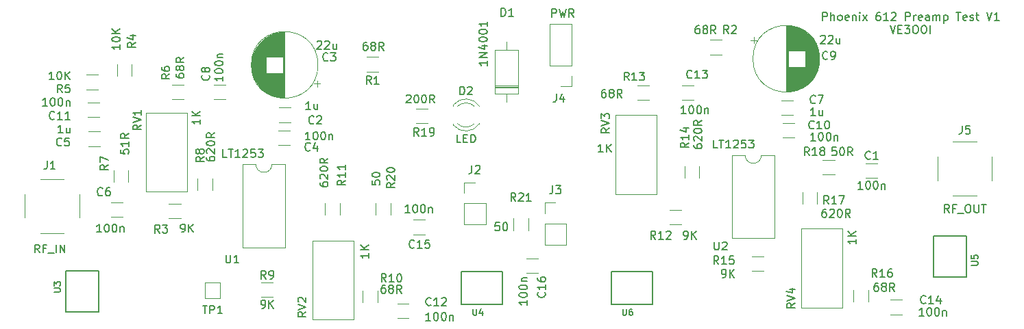
<source format=gbr>
%TF.GenerationSoftware,KiCad,Pcbnew,(6.0.7)*%
%TF.CreationDate,2023-01-05T20:50:53-05:00*%
%TF.ProjectId,Phoenix612_Stage_1_PA_Testing_v1,50686f65-6e69-4783-9631-325f53746167,rev?*%
%TF.SameCoordinates,Original*%
%TF.FileFunction,Legend,Top*%
%TF.FilePolarity,Positive*%
%FSLAX46Y46*%
G04 Gerber Fmt 4.6, Leading zero omitted, Abs format (unit mm)*
G04 Created by KiCad (PCBNEW (6.0.7)) date 2023-01-05 20:50:53*
%MOMM*%
%LPD*%
G01*
G04 APERTURE LIST*
%ADD10C,0.150000*%
%ADD11C,0.120000*%
%ADD12C,0.127000*%
G04 APERTURE END LIST*
D10*
X118695557Y-22012080D02*
X118695557Y-21012080D01*
X119076509Y-21012080D01*
X119171747Y-21059700D01*
X119219366Y-21107319D01*
X119266985Y-21202557D01*
X119266985Y-21345414D01*
X119219366Y-21440652D01*
X119171747Y-21488271D01*
X119076509Y-21535890D01*
X118695557Y-21535890D01*
X119695557Y-22012080D02*
X119695557Y-21012080D01*
X120124128Y-22012080D02*
X120124128Y-21488271D01*
X120076509Y-21393033D01*
X119981271Y-21345414D01*
X119838414Y-21345414D01*
X119743176Y-21393033D01*
X119695557Y-21440652D01*
X120743176Y-22012080D02*
X120647938Y-21964461D01*
X120600319Y-21916842D01*
X120552699Y-21821604D01*
X120552699Y-21535890D01*
X120600319Y-21440652D01*
X120647938Y-21393033D01*
X120743176Y-21345414D01*
X120886033Y-21345414D01*
X120981271Y-21393033D01*
X121028890Y-21440652D01*
X121076509Y-21535890D01*
X121076509Y-21821604D01*
X121028890Y-21916842D01*
X120981271Y-21964461D01*
X120886033Y-22012080D01*
X120743176Y-22012080D01*
X121886033Y-21964461D02*
X121790795Y-22012080D01*
X121600319Y-22012080D01*
X121505080Y-21964461D01*
X121457461Y-21869223D01*
X121457461Y-21488271D01*
X121505080Y-21393033D01*
X121600319Y-21345414D01*
X121790795Y-21345414D01*
X121886033Y-21393033D01*
X121933652Y-21488271D01*
X121933652Y-21583509D01*
X121457461Y-21678747D01*
X122362223Y-21345414D02*
X122362223Y-22012080D01*
X122362223Y-21440652D02*
X122409842Y-21393033D01*
X122505080Y-21345414D01*
X122647938Y-21345414D01*
X122743176Y-21393033D01*
X122790795Y-21488271D01*
X122790795Y-22012080D01*
X123266985Y-22012080D02*
X123266985Y-21345414D01*
X123266985Y-21012080D02*
X123219366Y-21059700D01*
X123266985Y-21107319D01*
X123314604Y-21059700D01*
X123266985Y-21012080D01*
X123266985Y-21107319D01*
X123647938Y-22012080D02*
X124171747Y-21345414D01*
X123647938Y-21345414D02*
X124171747Y-22012080D01*
X125743176Y-21012080D02*
X125552699Y-21012080D01*
X125457461Y-21059700D01*
X125409842Y-21107319D01*
X125314604Y-21250176D01*
X125266985Y-21440652D01*
X125266985Y-21821604D01*
X125314604Y-21916842D01*
X125362223Y-21964461D01*
X125457461Y-22012080D01*
X125647938Y-22012080D01*
X125743176Y-21964461D01*
X125790795Y-21916842D01*
X125838414Y-21821604D01*
X125838414Y-21583509D01*
X125790795Y-21488271D01*
X125743176Y-21440652D01*
X125647938Y-21393033D01*
X125457461Y-21393033D01*
X125362223Y-21440652D01*
X125314604Y-21488271D01*
X125266985Y-21583509D01*
X126790795Y-22012080D02*
X126219366Y-22012080D01*
X126505080Y-22012080D02*
X126505080Y-21012080D01*
X126409842Y-21154938D01*
X126314604Y-21250176D01*
X126219366Y-21297795D01*
X127171747Y-21107319D02*
X127219366Y-21059700D01*
X127314604Y-21012080D01*
X127552699Y-21012080D01*
X127647938Y-21059700D01*
X127695557Y-21107319D01*
X127743176Y-21202557D01*
X127743176Y-21297795D01*
X127695557Y-21440652D01*
X127124128Y-22012080D01*
X127743176Y-22012080D01*
X128933652Y-22012080D02*
X128933652Y-21012080D01*
X129314604Y-21012080D01*
X129409842Y-21059700D01*
X129457461Y-21107319D01*
X129505080Y-21202557D01*
X129505080Y-21345414D01*
X129457461Y-21440652D01*
X129409842Y-21488271D01*
X129314604Y-21535890D01*
X128933652Y-21535890D01*
X129933652Y-22012080D02*
X129933652Y-21345414D01*
X129933652Y-21535890D02*
X129981271Y-21440652D01*
X130028890Y-21393033D01*
X130124128Y-21345414D01*
X130219366Y-21345414D01*
X130933652Y-21964461D02*
X130838414Y-22012080D01*
X130647938Y-22012080D01*
X130552699Y-21964461D01*
X130505080Y-21869223D01*
X130505080Y-21488271D01*
X130552699Y-21393033D01*
X130647938Y-21345414D01*
X130838414Y-21345414D01*
X130933652Y-21393033D01*
X130981271Y-21488271D01*
X130981271Y-21583509D01*
X130505080Y-21678747D01*
X131838414Y-22012080D02*
X131838414Y-21488271D01*
X131790795Y-21393033D01*
X131695557Y-21345414D01*
X131505080Y-21345414D01*
X131409842Y-21393033D01*
X131838414Y-21964461D02*
X131743176Y-22012080D01*
X131505080Y-22012080D01*
X131409842Y-21964461D01*
X131362223Y-21869223D01*
X131362223Y-21773985D01*
X131409842Y-21678747D01*
X131505080Y-21631128D01*
X131743176Y-21631128D01*
X131838414Y-21583509D01*
X132314604Y-22012080D02*
X132314604Y-21345414D01*
X132314604Y-21440652D02*
X132362223Y-21393033D01*
X132457461Y-21345414D01*
X132600319Y-21345414D01*
X132695557Y-21393033D01*
X132743176Y-21488271D01*
X132743176Y-22012080D01*
X132743176Y-21488271D02*
X132790795Y-21393033D01*
X132886033Y-21345414D01*
X133028890Y-21345414D01*
X133124128Y-21393033D01*
X133171747Y-21488271D01*
X133171747Y-22012080D01*
X133647938Y-21345414D02*
X133647938Y-22345414D01*
X133647938Y-21393033D02*
X133743176Y-21345414D01*
X133933652Y-21345414D01*
X134028890Y-21393033D01*
X134076509Y-21440652D01*
X134124128Y-21535890D01*
X134124128Y-21821604D01*
X134076509Y-21916842D01*
X134028890Y-21964461D01*
X133933652Y-22012080D01*
X133743176Y-22012080D01*
X133647938Y-21964461D01*
X135171747Y-21012080D02*
X135743176Y-21012080D01*
X135457461Y-22012080D02*
X135457461Y-21012080D01*
X136457461Y-21964461D02*
X136362223Y-22012080D01*
X136171747Y-22012080D01*
X136076509Y-21964461D01*
X136028890Y-21869223D01*
X136028890Y-21488271D01*
X136076509Y-21393033D01*
X136171747Y-21345414D01*
X136362223Y-21345414D01*
X136457461Y-21393033D01*
X136505080Y-21488271D01*
X136505080Y-21583509D01*
X136028890Y-21678747D01*
X136886033Y-21964461D02*
X136981271Y-22012080D01*
X137171747Y-22012080D01*
X137266985Y-21964461D01*
X137314604Y-21869223D01*
X137314604Y-21821604D01*
X137266985Y-21726366D01*
X137171747Y-21678747D01*
X137028890Y-21678747D01*
X136933652Y-21631128D01*
X136886033Y-21535890D01*
X136886033Y-21488271D01*
X136933652Y-21393033D01*
X137028890Y-21345414D01*
X137171747Y-21345414D01*
X137266985Y-21393033D01*
X137600319Y-21345414D02*
X137981271Y-21345414D01*
X137743176Y-21012080D02*
X137743176Y-21869223D01*
X137790795Y-21964461D01*
X137886033Y-22012080D01*
X137981271Y-22012080D01*
X138933652Y-21012080D02*
X139266985Y-22012080D01*
X139600319Y-21012080D01*
X140457461Y-22012080D02*
X139886033Y-22012080D01*
X140171747Y-22012080D02*
X140171747Y-21012080D01*
X140076509Y-21154938D01*
X139981271Y-21250176D01*
X139886033Y-21297795D01*
X127005080Y-22622080D02*
X127338414Y-23622080D01*
X127671747Y-22622080D01*
X128005080Y-23098271D02*
X128338414Y-23098271D01*
X128481271Y-23622080D02*
X128005080Y-23622080D01*
X128005080Y-22622080D01*
X128481271Y-22622080D01*
X128814604Y-22622080D02*
X129433652Y-22622080D01*
X129100319Y-23003033D01*
X129243176Y-23003033D01*
X129338414Y-23050652D01*
X129386033Y-23098271D01*
X129433652Y-23193509D01*
X129433652Y-23431604D01*
X129386033Y-23526842D01*
X129338414Y-23574461D01*
X129243176Y-23622080D01*
X128957461Y-23622080D01*
X128862223Y-23574461D01*
X128814604Y-23526842D01*
X130052700Y-22622080D02*
X130243176Y-22622080D01*
X130338414Y-22669700D01*
X130433652Y-22764938D01*
X130481271Y-22955414D01*
X130481271Y-23288747D01*
X130433652Y-23479223D01*
X130338414Y-23574461D01*
X130243176Y-23622080D01*
X130052700Y-23622080D01*
X129957461Y-23574461D01*
X129862223Y-23479223D01*
X129814604Y-23288747D01*
X129814604Y-22955414D01*
X129862223Y-22764938D01*
X129957461Y-22669700D01*
X130052700Y-22622080D01*
X131100319Y-22622080D02*
X131290795Y-22622080D01*
X131386033Y-22669700D01*
X131481271Y-22764938D01*
X131528890Y-22955414D01*
X131528890Y-23288747D01*
X131481271Y-23479223D01*
X131386033Y-23574461D01*
X131290795Y-23622080D01*
X131100319Y-23622080D01*
X131005080Y-23574461D01*
X130909842Y-23479223D01*
X130862223Y-23288747D01*
X130862223Y-22955414D01*
X130909842Y-22764938D01*
X131005080Y-22669700D01*
X131100319Y-22622080D01*
X131957461Y-23622080D02*
X131957461Y-22622080D01*
%TO.C,R8*%
X42248080Y-38888966D02*
X41771890Y-39222300D01*
X42248080Y-39460395D02*
X41248080Y-39460395D01*
X41248080Y-39079442D01*
X41295700Y-38984204D01*
X41343319Y-38936585D01*
X41438557Y-38888966D01*
X41581414Y-38888966D01*
X41676652Y-38936585D01*
X41724271Y-38984204D01*
X41771890Y-39079442D01*
X41771890Y-39460395D01*
X41676652Y-38317538D02*
X41629033Y-38412776D01*
X41581414Y-38460395D01*
X41486176Y-38508014D01*
X41438557Y-38508014D01*
X41343319Y-38460395D01*
X41295700Y-38412776D01*
X41248080Y-38317538D01*
X41248080Y-38127061D01*
X41295700Y-38031823D01*
X41343319Y-37984204D01*
X41438557Y-37936585D01*
X41486176Y-37936585D01*
X41581414Y-37984204D01*
X41629033Y-38031823D01*
X41676652Y-38127061D01*
X41676652Y-38317538D01*
X41724271Y-38412776D01*
X41771890Y-38460395D01*
X41867128Y-38508014D01*
X42057604Y-38508014D01*
X42152842Y-38460395D01*
X42200461Y-38412776D01*
X42248080Y-38317538D01*
X42248080Y-38127061D01*
X42200461Y-38031823D01*
X42152842Y-37984204D01*
X42057604Y-37936585D01*
X41867128Y-37936585D01*
X41771890Y-37984204D01*
X41724271Y-38031823D01*
X41676652Y-38127061D01*
X42568880Y-38942804D02*
X42568880Y-39133280D01*
X42616500Y-39228519D01*
X42664119Y-39276138D01*
X42806976Y-39371376D01*
X42997452Y-39418995D01*
X43378404Y-39418995D01*
X43473642Y-39371376D01*
X43521261Y-39323757D01*
X43568880Y-39228519D01*
X43568880Y-39038042D01*
X43521261Y-38942804D01*
X43473642Y-38895185D01*
X43378404Y-38847566D01*
X43140309Y-38847566D01*
X43045071Y-38895185D01*
X42997452Y-38942804D01*
X42949833Y-39038042D01*
X42949833Y-39228519D01*
X42997452Y-39323757D01*
X43045071Y-39371376D01*
X43140309Y-39418995D01*
X42664119Y-38466614D02*
X42616500Y-38418995D01*
X42568880Y-38323757D01*
X42568880Y-38085661D01*
X42616500Y-37990423D01*
X42664119Y-37942804D01*
X42759357Y-37895185D01*
X42854595Y-37895185D01*
X42997452Y-37942804D01*
X43568880Y-38514233D01*
X43568880Y-37895185D01*
X42568880Y-37276138D02*
X42568880Y-37180900D01*
X42616500Y-37085661D01*
X42664119Y-37038042D01*
X42759357Y-36990423D01*
X42949833Y-36942804D01*
X43187928Y-36942804D01*
X43378404Y-36990423D01*
X43473642Y-37038042D01*
X43521261Y-37085661D01*
X43568880Y-37180900D01*
X43568880Y-37276138D01*
X43521261Y-37371376D01*
X43473642Y-37418995D01*
X43378404Y-37466614D01*
X43187928Y-37514233D01*
X42949833Y-37514233D01*
X42759357Y-37466614D01*
X42664119Y-37418995D01*
X42616500Y-37371376D01*
X42568880Y-37276138D01*
X43568880Y-35942804D02*
X43092690Y-36276138D01*
X43568880Y-36514233D02*
X42568880Y-36514233D01*
X42568880Y-36133280D01*
X42616500Y-36038042D01*
X42664119Y-35990423D01*
X42759357Y-35942804D01*
X42902214Y-35942804D01*
X42997452Y-35990423D01*
X43045071Y-36038042D01*
X43092690Y-36133280D01*
X43092690Y-36514233D01*
%TO.C,D1*%
X78954404Y-21496280D02*
X78954404Y-20496280D01*
X79192500Y-20496280D01*
X79335357Y-20543900D01*
X79430595Y-20639138D01*
X79478214Y-20734376D01*
X79525833Y-20924852D01*
X79525833Y-21067709D01*
X79478214Y-21258185D01*
X79430595Y-21353423D01*
X79335357Y-21448661D01*
X79192500Y-21496280D01*
X78954404Y-21496280D01*
X80478214Y-21496280D02*
X79906785Y-21496280D01*
X80192500Y-21496280D02*
X80192500Y-20496280D01*
X80097261Y-20639138D01*
X80002023Y-20734376D01*
X79906785Y-20781995D01*
X77223880Y-27022157D02*
X77223880Y-27593585D01*
X77223880Y-27307871D02*
X76223880Y-27307871D01*
X76366738Y-27403109D01*
X76461976Y-27498347D01*
X76509595Y-27593585D01*
X77223880Y-26593585D02*
X76223880Y-26593585D01*
X77223880Y-26022157D01*
X76223880Y-26022157D01*
X76557214Y-25117395D02*
X77223880Y-25117395D01*
X76176261Y-25355490D02*
X76890547Y-25593585D01*
X76890547Y-24974538D01*
X76223880Y-24403109D02*
X76223880Y-24307871D01*
X76271500Y-24212633D01*
X76319119Y-24165014D01*
X76414357Y-24117395D01*
X76604833Y-24069776D01*
X76842928Y-24069776D01*
X77033404Y-24117395D01*
X77128642Y-24165014D01*
X77176261Y-24212633D01*
X77223880Y-24307871D01*
X77223880Y-24403109D01*
X77176261Y-24498347D01*
X77128642Y-24545966D01*
X77033404Y-24593585D01*
X76842928Y-24641204D01*
X76604833Y-24641204D01*
X76414357Y-24593585D01*
X76319119Y-24545966D01*
X76271500Y-24498347D01*
X76223880Y-24403109D01*
X76223880Y-23450728D02*
X76223880Y-23355490D01*
X76271500Y-23260252D01*
X76319119Y-23212633D01*
X76414357Y-23165014D01*
X76604833Y-23117395D01*
X76842928Y-23117395D01*
X77033404Y-23165014D01*
X77128642Y-23212633D01*
X77176261Y-23260252D01*
X77223880Y-23355490D01*
X77223880Y-23450728D01*
X77176261Y-23545966D01*
X77128642Y-23593585D01*
X77033404Y-23641204D01*
X76842928Y-23688823D01*
X76604833Y-23688823D01*
X76414357Y-23641204D01*
X76319119Y-23593585D01*
X76271500Y-23545966D01*
X76223880Y-23450728D01*
X77223880Y-22165014D02*
X77223880Y-22736442D01*
X77223880Y-22450728D02*
X76223880Y-22450728D01*
X76366738Y-22545966D01*
X76461976Y-22641204D01*
X76509595Y-22736442D01*
%TO.C,C4*%
X55370433Y-38063442D02*
X55322814Y-38111061D01*
X55179957Y-38158680D01*
X55084719Y-38158680D01*
X54941861Y-38111061D01*
X54846623Y-38015823D01*
X54799004Y-37920585D01*
X54751385Y-37730109D01*
X54751385Y-37587252D01*
X54799004Y-37396776D01*
X54846623Y-37301538D01*
X54941861Y-37206300D01*
X55084719Y-37158680D01*
X55179957Y-37158680D01*
X55322814Y-37206300D01*
X55370433Y-37253919D01*
X56227576Y-37492014D02*
X56227576Y-38158680D01*
X55989480Y-37111061D02*
X55751385Y-37825347D01*
X56370433Y-37825347D01*
X55357852Y-36787080D02*
X54786423Y-36787080D01*
X55072138Y-36787080D02*
X55072138Y-35787080D01*
X54976900Y-35929938D01*
X54881661Y-36025176D01*
X54786423Y-36072795D01*
X55976900Y-35787080D02*
X56072138Y-35787080D01*
X56167376Y-35834700D01*
X56214995Y-35882319D01*
X56262614Y-35977557D01*
X56310233Y-36168033D01*
X56310233Y-36406128D01*
X56262614Y-36596604D01*
X56214995Y-36691842D01*
X56167376Y-36739461D01*
X56072138Y-36787080D01*
X55976900Y-36787080D01*
X55881661Y-36739461D01*
X55834042Y-36691842D01*
X55786423Y-36596604D01*
X55738804Y-36406128D01*
X55738804Y-36168033D01*
X55786423Y-35977557D01*
X55834042Y-35882319D01*
X55881661Y-35834700D01*
X55976900Y-35787080D01*
X56929280Y-35787080D02*
X57024519Y-35787080D01*
X57119757Y-35834700D01*
X57167376Y-35882319D01*
X57214995Y-35977557D01*
X57262614Y-36168033D01*
X57262614Y-36406128D01*
X57214995Y-36596604D01*
X57167376Y-36691842D01*
X57119757Y-36739461D01*
X57024519Y-36787080D01*
X56929280Y-36787080D01*
X56834042Y-36739461D01*
X56786423Y-36691842D01*
X56738804Y-36596604D01*
X56691185Y-36406128D01*
X56691185Y-36168033D01*
X56738804Y-35977557D01*
X56786423Y-35882319D01*
X56834042Y-35834700D01*
X56929280Y-35787080D01*
X57691185Y-36120414D02*
X57691185Y-36787080D01*
X57691185Y-36215652D02*
X57738804Y-36168033D01*
X57834042Y-36120414D01*
X57976900Y-36120414D01*
X58072138Y-36168033D01*
X58119757Y-36263271D01*
X58119757Y-36787080D01*
%TO.C,R14*%
X102115880Y-37155357D02*
X101639690Y-37488690D01*
X102115880Y-37726785D02*
X101115880Y-37726785D01*
X101115880Y-37345833D01*
X101163500Y-37250595D01*
X101211119Y-37202976D01*
X101306357Y-37155357D01*
X101449214Y-37155357D01*
X101544452Y-37202976D01*
X101592071Y-37250595D01*
X101639690Y-37345833D01*
X101639690Y-37726785D01*
X102115880Y-36202976D02*
X102115880Y-36774404D01*
X102115880Y-36488690D02*
X101115880Y-36488690D01*
X101258738Y-36583928D01*
X101353976Y-36679166D01*
X101401595Y-36774404D01*
X101449214Y-35345833D02*
X102115880Y-35345833D01*
X101068261Y-35583928D02*
X101782547Y-35822023D01*
X101782547Y-35202976D01*
X102741480Y-37393404D02*
X102741480Y-37583880D01*
X102789100Y-37679119D01*
X102836719Y-37726738D01*
X102979576Y-37821976D01*
X103170052Y-37869595D01*
X103551004Y-37869595D01*
X103646242Y-37821976D01*
X103693861Y-37774357D01*
X103741480Y-37679119D01*
X103741480Y-37488642D01*
X103693861Y-37393404D01*
X103646242Y-37345785D01*
X103551004Y-37298166D01*
X103312909Y-37298166D01*
X103217671Y-37345785D01*
X103170052Y-37393404D01*
X103122433Y-37488642D01*
X103122433Y-37679119D01*
X103170052Y-37774357D01*
X103217671Y-37821976D01*
X103312909Y-37869595D01*
X102836719Y-36917214D02*
X102789100Y-36869595D01*
X102741480Y-36774357D01*
X102741480Y-36536261D01*
X102789100Y-36441023D01*
X102836719Y-36393404D01*
X102931957Y-36345785D01*
X103027195Y-36345785D01*
X103170052Y-36393404D01*
X103741480Y-36964833D01*
X103741480Y-36345785D01*
X102741480Y-35726738D02*
X102741480Y-35631500D01*
X102789100Y-35536261D01*
X102836719Y-35488642D01*
X102931957Y-35441023D01*
X103122433Y-35393404D01*
X103360528Y-35393404D01*
X103551004Y-35441023D01*
X103646242Y-35488642D01*
X103693861Y-35536261D01*
X103741480Y-35631500D01*
X103741480Y-35726738D01*
X103693861Y-35821976D01*
X103646242Y-35869595D01*
X103551004Y-35917214D01*
X103360528Y-35964833D01*
X103122433Y-35964833D01*
X102931957Y-35917214D01*
X102836719Y-35869595D01*
X102789100Y-35821976D01*
X102741480Y-35726738D01*
X103741480Y-34393404D02*
X103265290Y-34726738D01*
X103741480Y-34964833D02*
X102741480Y-34964833D01*
X102741480Y-34583880D01*
X102789100Y-34488642D01*
X102836719Y-34441023D01*
X102931957Y-34393404D01*
X103074814Y-34393404D01*
X103170052Y-34441023D01*
X103217671Y-34488642D01*
X103265290Y-34583880D01*
X103265290Y-34964833D01*
%TO.C,U6*%
X93976974Y-57722103D02*
X93976974Y-58359524D01*
X94014470Y-58434515D01*
X94051965Y-58472010D01*
X94126956Y-58509505D01*
X94276937Y-58509505D01*
X94351928Y-58472010D01*
X94389423Y-58434515D01*
X94426918Y-58359524D01*
X94426918Y-57722103D01*
X95139330Y-57722103D02*
X94989348Y-57722103D01*
X94914358Y-57759599D01*
X94876862Y-57797094D01*
X94801872Y-57909580D01*
X94764376Y-58059561D01*
X94764376Y-58359524D01*
X94801872Y-58434515D01*
X94839367Y-58472010D01*
X94914358Y-58509505D01*
X95064339Y-58509505D01*
X95139330Y-58472010D01*
X95176825Y-58434515D01*
X95214320Y-58359524D01*
X95214320Y-58172047D01*
X95176825Y-58097057D01*
X95139330Y-58059561D01*
X95064339Y-58022066D01*
X94914358Y-58022066D01*
X94839367Y-58059561D01*
X94801872Y-58097057D01*
X94764376Y-58172047D01*
%TO.C,TP1*%
X42083195Y-57300880D02*
X42654623Y-57300880D01*
X42368909Y-58300880D02*
X42368909Y-57300880D01*
X42987957Y-58300880D02*
X42987957Y-57300880D01*
X43368909Y-57300880D01*
X43464147Y-57348500D01*
X43511766Y-57396119D01*
X43559385Y-57491357D01*
X43559385Y-57634214D01*
X43511766Y-57729452D01*
X43464147Y-57777071D01*
X43368909Y-57824690D01*
X42987957Y-57824690D01*
X44511766Y-58300880D02*
X43940338Y-58300880D01*
X44226052Y-58300880D02*
X44226052Y-57300880D01*
X44130814Y-57443738D01*
X44035576Y-57538976D01*
X43940338Y-57586595D01*
%TO.C,U3*%
X23735903Y-55603625D02*
X24373324Y-55603625D01*
X24448315Y-55566130D01*
X24485810Y-55528634D01*
X24523305Y-55453644D01*
X24523305Y-55303662D01*
X24485810Y-55228672D01*
X24448315Y-55191176D01*
X24373324Y-55153681D01*
X23735903Y-55153681D01*
X23735903Y-54853718D02*
X23735903Y-54366279D01*
X24035866Y-54628746D01*
X24035866Y-54516260D01*
X24073361Y-54441270D01*
X24110857Y-54403774D01*
X24185847Y-54366279D01*
X24373324Y-54366279D01*
X24448315Y-54403774D01*
X24485810Y-54441270D01*
X24523305Y-54516260D01*
X24523305Y-54741232D01*
X24485810Y-54816223D01*
X24448315Y-54853718D01*
%TO.C,J3*%
X85328166Y-42462280D02*
X85328166Y-43176566D01*
X85280547Y-43319423D01*
X85185309Y-43414661D01*
X85042452Y-43462280D01*
X84947214Y-43462280D01*
X85709119Y-42462280D02*
X86328166Y-42462280D01*
X85994833Y-42843233D01*
X86137690Y-42843233D01*
X86232928Y-42890852D01*
X86280547Y-42938471D01*
X86328166Y-43033709D01*
X86328166Y-43271804D01*
X86280547Y-43367042D01*
X86232928Y-43414661D01*
X86137690Y-43462280D01*
X85851976Y-43462280D01*
X85756738Y-43414661D01*
X85709119Y-43367042D01*
%TO.C,U1*%
X44970795Y-51027080D02*
X44970795Y-51836604D01*
X45018414Y-51931842D01*
X45066033Y-51979461D01*
X45161271Y-52027080D01*
X45351747Y-52027080D01*
X45446985Y-51979461D01*
X45494604Y-51931842D01*
X45542223Y-51836604D01*
X45542223Y-51027080D01*
X46542223Y-52027080D02*
X45970795Y-52027080D01*
X46256509Y-52027080D02*
X46256509Y-51027080D01*
X46161271Y-51169938D01*
X46066033Y-51265176D01*
X45970795Y-51312795D01*
X45077309Y-38946080D02*
X44601119Y-38946080D01*
X44601119Y-37946080D01*
X45267785Y-37946080D02*
X45839214Y-37946080D01*
X45553500Y-38946080D02*
X45553500Y-37946080D01*
X46696357Y-38946080D02*
X46124928Y-38946080D01*
X46410642Y-38946080D02*
X46410642Y-37946080D01*
X46315404Y-38088938D01*
X46220166Y-38184176D01*
X46124928Y-38231795D01*
X47077309Y-38041319D02*
X47124928Y-37993700D01*
X47220166Y-37946080D01*
X47458261Y-37946080D01*
X47553500Y-37993700D01*
X47601119Y-38041319D01*
X47648738Y-38136557D01*
X47648738Y-38231795D01*
X47601119Y-38374652D01*
X47029690Y-38946080D01*
X47648738Y-38946080D01*
X48553500Y-37946080D02*
X48077309Y-37946080D01*
X48029690Y-38422271D01*
X48077309Y-38374652D01*
X48172547Y-38327033D01*
X48410642Y-38327033D01*
X48505880Y-38374652D01*
X48553500Y-38422271D01*
X48601119Y-38517509D01*
X48601119Y-38755604D01*
X48553500Y-38850842D01*
X48505880Y-38898461D01*
X48410642Y-38946080D01*
X48172547Y-38946080D01*
X48077309Y-38898461D01*
X48029690Y-38850842D01*
X48934452Y-37946080D02*
X49553500Y-37946080D01*
X49220166Y-38327033D01*
X49363023Y-38327033D01*
X49458261Y-38374652D01*
X49505880Y-38422271D01*
X49553500Y-38517509D01*
X49553500Y-38755604D01*
X49505880Y-38850842D01*
X49458261Y-38898461D01*
X49363023Y-38946080D01*
X49077309Y-38946080D01*
X48982071Y-38898461D01*
X48934452Y-38850842D01*
%TO.C,C12*%
X70286642Y-57240442D02*
X70239023Y-57288061D01*
X70096166Y-57335680D01*
X70000928Y-57335680D01*
X69858071Y-57288061D01*
X69762833Y-57192823D01*
X69715214Y-57097585D01*
X69667595Y-56907109D01*
X69667595Y-56764252D01*
X69715214Y-56573776D01*
X69762833Y-56478538D01*
X69858071Y-56383300D01*
X70000928Y-56335680D01*
X70096166Y-56335680D01*
X70239023Y-56383300D01*
X70286642Y-56430919D01*
X71239023Y-57335680D02*
X70667595Y-57335680D01*
X70953309Y-57335680D02*
X70953309Y-56335680D01*
X70858071Y-56478538D01*
X70762833Y-56573776D01*
X70667595Y-56621395D01*
X71619976Y-56430919D02*
X71667595Y-56383300D01*
X71762833Y-56335680D01*
X72000928Y-56335680D01*
X72096166Y-56383300D01*
X72143785Y-56430919D01*
X72191404Y-56526157D01*
X72191404Y-56621395D01*
X72143785Y-56764252D01*
X71572357Y-57335680D01*
X72191404Y-57335680D01*
X70242252Y-59164480D02*
X69670823Y-59164480D01*
X69956538Y-59164480D02*
X69956538Y-58164480D01*
X69861300Y-58307338D01*
X69766061Y-58402576D01*
X69670823Y-58450195D01*
X70861300Y-58164480D02*
X70956538Y-58164480D01*
X71051776Y-58212100D01*
X71099395Y-58259719D01*
X71147014Y-58354957D01*
X71194633Y-58545433D01*
X71194633Y-58783528D01*
X71147014Y-58974004D01*
X71099395Y-59069242D01*
X71051776Y-59116861D01*
X70956538Y-59164480D01*
X70861300Y-59164480D01*
X70766061Y-59116861D01*
X70718442Y-59069242D01*
X70670823Y-58974004D01*
X70623204Y-58783528D01*
X70623204Y-58545433D01*
X70670823Y-58354957D01*
X70718442Y-58259719D01*
X70766061Y-58212100D01*
X70861300Y-58164480D01*
X71813680Y-58164480D02*
X71908919Y-58164480D01*
X72004157Y-58212100D01*
X72051776Y-58259719D01*
X72099395Y-58354957D01*
X72147014Y-58545433D01*
X72147014Y-58783528D01*
X72099395Y-58974004D01*
X72051776Y-59069242D01*
X72004157Y-59116861D01*
X71908919Y-59164480D01*
X71813680Y-59164480D01*
X71718442Y-59116861D01*
X71670823Y-59069242D01*
X71623204Y-58974004D01*
X71575585Y-58783528D01*
X71575585Y-58545433D01*
X71623204Y-58354957D01*
X71670823Y-58259719D01*
X71718442Y-58212100D01*
X71813680Y-58164480D01*
X72575585Y-58497814D02*
X72575585Y-59164480D01*
X72575585Y-58593052D02*
X72623204Y-58545433D01*
X72718442Y-58497814D01*
X72861300Y-58497814D01*
X72956538Y-58545433D01*
X73004157Y-58640671D01*
X73004157Y-59164480D01*
%TO.C,J2*%
X75345966Y-39952680D02*
X75345966Y-40666966D01*
X75298347Y-40809823D01*
X75203109Y-40905061D01*
X75060252Y-40952680D01*
X74965014Y-40952680D01*
X75774538Y-40047919D02*
X75822157Y-40000300D01*
X75917395Y-39952680D01*
X76155490Y-39952680D01*
X76250728Y-40000300D01*
X76298347Y-40047919D01*
X76345966Y-40143157D01*
X76345966Y-40238395D01*
X76298347Y-40381252D01*
X75726919Y-40952680D01*
X76345966Y-40952680D01*
%TO.C,C7*%
X117778233Y-32196042D02*
X117730614Y-32243661D01*
X117587757Y-32291280D01*
X117492519Y-32291280D01*
X117349661Y-32243661D01*
X117254423Y-32148423D01*
X117206804Y-32053185D01*
X117159185Y-31862709D01*
X117159185Y-31719852D01*
X117206804Y-31529376D01*
X117254423Y-31434138D01*
X117349661Y-31338900D01*
X117492519Y-31291280D01*
X117587757Y-31291280D01*
X117730614Y-31338900D01*
X117778233Y-31386519D01*
X118111566Y-31291280D02*
X118778233Y-31291280D01*
X118349661Y-32291280D01*
X117778233Y-33789880D02*
X117206804Y-33789880D01*
X117492519Y-33789880D02*
X117492519Y-32789880D01*
X117397280Y-32932738D01*
X117302042Y-33027976D01*
X117206804Y-33075595D01*
X118635376Y-33123214D02*
X118635376Y-33789880D01*
X118206804Y-33123214D02*
X118206804Y-33647023D01*
X118254423Y-33742261D01*
X118349661Y-33789880D01*
X118492519Y-33789880D01*
X118587757Y-33742261D01*
X118635376Y-33694642D01*
%TO.C,C14*%
X131399042Y-56986442D02*
X131351423Y-57034061D01*
X131208566Y-57081680D01*
X131113328Y-57081680D01*
X130970471Y-57034061D01*
X130875233Y-56938823D01*
X130827614Y-56843585D01*
X130779995Y-56653109D01*
X130779995Y-56510252D01*
X130827614Y-56319776D01*
X130875233Y-56224538D01*
X130970471Y-56129300D01*
X131113328Y-56081680D01*
X131208566Y-56081680D01*
X131351423Y-56129300D01*
X131399042Y-56176919D01*
X132351423Y-57081680D02*
X131779995Y-57081680D01*
X132065709Y-57081680D02*
X132065709Y-56081680D01*
X131970471Y-56224538D01*
X131875233Y-56319776D01*
X131779995Y-56367395D01*
X133208566Y-56415014D02*
X133208566Y-57081680D01*
X132970471Y-56034061D02*
X132732376Y-56748347D01*
X133351423Y-56748347D01*
X131176852Y-58580280D02*
X130605423Y-58580280D01*
X130891138Y-58580280D02*
X130891138Y-57580280D01*
X130795900Y-57723138D01*
X130700661Y-57818376D01*
X130605423Y-57865995D01*
X131795900Y-57580280D02*
X131891138Y-57580280D01*
X131986376Y-57627900D01*
X132033995Y-57675519D01*
X132081614Y-57770757D01*
X132129233Y-57961233D01*
X132129233Y-58199328D01*
X132081614Y-58389804D01*
X132033995Y-58485042D01*
X131986376Y-58532661D01*
X131891138Y-58580280D01*
X131795900Y-58580280D01*
X131700661Y-58532661D01*
X131653042Y-58485042D01*
X131605423Y-58389804D01*
X131557804Y-58199328D01*
X131557804Y-57961233D01*
X131605423Y-57770757D01*
X131653042Y-57675519D01*
X131700661Y-57627900D01*
X131795900Y-57580280D01*
X132748280Y-57580280D02*
X132843519Y-57580280D01*
X132938757Y-57627900D01*
X132986376Y-57675519D01*
X133033995Y-57770757D01*
X133081614Y-57961233D01*
X133081614Y-58199328D01*
X133033995Y-58389804D01*
X132986376Y-58485042D01*
X132938757Y-58532661D01*
X132843519Y-58580280D01*
X132748280Y-58580280D01*
X132653042Y-58532661D01*
X132605423Y-58485042D01*
X132557804Y-58389804D01*
X132510185Y-58199328D01*
X132510185Y-57961233D01*
X132557804Y-57770757D01*
X132605423Y-57675519D01*
X132653042Y-57627900D01*
X132748280Y-57580280D01*
X133510185Y-57913614D02*
X133510185Y-58580280D01*
X133510185Y-58008852D02*
X133557804Y-57961233D01*
X133653042Y-57913614D01*
X133795900Y-57913614D01*
X133891138Y-57961233D01*
X133938757Y-58056471D01*
X133938757Y-58580280D01*
%TO.C,RV3*%
X92336880Y-35355138D02*
X91860690Y-35688471D01*
X92336880Y-35926566D02*
X91336880Y-35926566D01*
X91336880Y-35545614D01*
X91384500Y-35450376D01*
X91432119Y-35402757D01*
X91527357Y-35355138D01*
X91670214Y-35355138D01*
X91765452Y-35402757D01*
X91813071Y-35450376D01*
X91860690Y-35545614D01*
X91860690Y-35926566D01*
X91336880Y-35069423D02*
X92336880Y-34736090D01*
X91336880Y-34402757D01*
X91336880Y-34164661D02*
X91336880Y-33545614D01*
X91717833Y-33878947D01*
X91717833Y-33736090D01*
X91765452Y-33640852D01*
X91813071Y-33593233D01*
X91908309Y-33545614D01*
X92146404Y-33545614D01*
X92241642Y-33593233D01*
X92289261Y-33640852D01*
X92336880Y-33736090D01*
X92336880Y-34021804D01*
X92289261Y-34117042D01*
X92241642Y-34164661D01*
X91543214Y-38311080D02*
X90971785Y-38311080D01*
X91257500Y-38311080D02*
X91257500Y-37311080D01*
X91162261Y-37453938D01*
X91067023Y-37549176D01*
X90971785Y-37596795D01*
X91971785Y-38311080D02*
X91971785Y-37311080D01*
X92543214Y-38311080D02*
X92114642Y-37739652D01*
X92543214Y-37311080D02*
X91971785Y-37882509D01*
%TO.C,R10*%
X64749442Y-54378580D02*
X64416109Y-53902390D01*
X64178014Y-54378580D02*
X64178014Y-53378580D01*
X64558966Y-53378580D01*
X64654204Y-53426200D01*
X64701823Y-53473819D01*
X64749442Y-53569057D01*
X64749442Y-53711914D01*
X64701823Y-53807152D01*
X64654204Y-53854771D01*
X64558966Y-53902390D01*
X64178014Y-53902390D01*
X65701823Y-54378580D02*
X65130395Y-54378580D01*
X65416109Y-54378580D02*
X65416109Y-53378580D01*
X65320871Y-53521438D01*
X65225633Y-53616676D01*
X65130395Y-53664295D01*
X66320871Y-53378580D02*
X66416109Y-53378580D01*
X66511347Y-53426200D01*
X66558966Y-53473819D01*
X66606585Y-53569057D01*
X66654204Y-53759533D01*
X66654204Y-53997628D01*
X66606585Y-54188104D01*
X66558966Y-54283342D01*
X66511347Y-54330961D01*
X66416109Y-54378580D01*
X66320871Y-54378580D01*
X66225633Y-54330961D01*
X66178014Y-54283342D01*
X66130395Y-54188104D01*
X66082776Y-53997628D01*
X66082776Y-53759533D01*
X66130395Y-53569057D01*
X66178014Y-53473819D01*
X66225633Y-53426200D01*
X66320871Y-53378580D01*
X64606585Y-54775580D02*
X64416109Y-54775580D01*
X64320871Y-54823200D01*
X64273252Y-54870819D01*
X64178014Y-55013676D01*
X64130395Y-55204152D01*
X64130395Y-55585104D01*
X64178014Y-55680342D01*
X64225633Y-55727961D01*
X64320871Y-55775580D01*
X64511347Y-55775580D01*
X64606585Y-55727961D01*
X64654204Y-55680342D01*
X64701823Y-55585104D01*
X64701823Y-55347009D01*
X64654204Y-55251771D01*
X64606585Y-55204152D01*
X64511347Y-55156533D01*
X64320871Y-55156533D01*
X64225633Y-55204152D01*
X64178014Y-55251771D01*
X64130395Y-55347009D01*
X65273252Y-55204152D02*
X65178014Y-55156533D01*
X65130395Y-55108914D01*
X65082776Y-55013676D01*
X65082776Y-54966057D01*
X65130395Y-54870819D01*
X65178014Y-54823200D01*
X65273252Y-54775580D01*
X65463728Y-54775580D01*
X65558966Y-54823200D01*
X65606585Y-54870819D01*
X65654204Y-54966057D01*
X65654204Y-55013676D01*
X65606585Y-55108914D01*
X65558966Y-55156533D01*
X65463728Y-55204152D01*
X65273252Y-55204152D01*
X65178014Y-55251771D01*
X65130395Y-55299390D01*
X65082776Y-55394628D01*
X65082776Y-55585104D01*
X65130395Y-55680342D01*
X65178014Y-55727961D01*
X65273252Y-55775580D01*
X65463728Y-55775580D01*
X65558966Y-55727961D01*
X65606585Y-55680342D01*
X65654204Y-55585104D01*
X65654204Y-55394628D01*
X65606585Y-55299390D01*
X65558966Y-55251771D01*
X65463728Y-55204152D01*
X66654204Y-55775580D02*
X66320871Y-55299390D01*
X66082776Y-55775580D02*
X66082776Y-54775580D01*
X66463728Y-54775580D01*
X66558966Y-54823200D01*
X66606585Y-54870819D01*
X66654204Y-54966057D01*
X66654204Y-55108914D01*
X66606585Y-55204152D01*
X66558966Y-55251771D01*
X66463728Y-55299390D01*
X66082776Y-55299390D01*
%TO.C,R16*%
X125379242Y-53779680D02*
X125045909Y-53303490D01*
X124807814Y-53779680D02*
X124807814Y-52779680D01*
X125188766Y-52779680D01*
X125284004Y-52827300D01*
X125331623Y-52874919D01*
X125379242Y-52970157D01*
X125379242Y-53113014D01*
X125331623Y-53208252D01*
X125284004Y-53255871D01*
X125188766Y-53303490D01*
X124807814Y-53303490D01*
X126331623Y-53779680D02*
X125760195Y-53779680D01*
X126045909Y-53779680D02*
X126045909Y-52779680D01*
X125950671Y-52922538D01*
X125855433Y-53017776D01*
X125760195Y-53065395D01*
X127188766Y-52779680D02*
X126998290Y-52779680D01*
X126903052Y-52827300D01*
X126855433Y-52874919D01*
X126760195Y-53017776D01*
X126712576Y-53208252D01*
X126712576Y-53589204D01*
X126760195Y-53684442D01*
X126807814Y-53732061D01*
X126903052Y-53779680D01*
X127093528Y-53779680D01*
X127188766Y-53732061D01*
X127236385Y-53684442D01*
X127284004Y-53589204D01*
X127284004Y-53351109D01*
X127236385Y-53255871D01*
X127188766Y-53208252D01*
X127093528Y-53160633D01*
X126903052Y-53160633D01*
X126807814Y-53208252D01*
X126760195Y-53255871D01*
X126712576Y-53351109D01*
X125490385Y-54532280D02*
X125299909Y-54532280D01*
X125204671Y-54579900D01*
X125157052Y-54627519D01*
X125061814Y-54770376D01*
X125014195Y-54960852D01*
X125014195Y-55341804D01*
X125061814Y-55437042D01*
X125109433Y-55484661D01*
X125204671Y-55532280D01*
X125395147Y-55532280D01*
X125490385Y-55484661D01*
X125538004Y-55437042D01*
X125585623Y-55341804D01*
X125585623Y-55103709D01*
X125538004Y-55008471D01*
X125490385Y-54960852D01*
X125395147Y-54913233D01*
X125204671Y-54913233D01*
X125109433Y-54960852D01*
X125061814Y-55008471D01*
X125014195Y-55103709D01*
X126157052Y-54960852D02*
X126061814Y-54913233D01*
X126014195Y-54865614D01*
X125966576Y-54770376D01*
X125966576Y-54722757D01*
X126014195Y-54627519D01*
X126061814Y-54579900D01*
X126157052Y-54532280D01*
X126347528Y-54532280D01*
X126442766Y-54579900D01*
X126490385Y-54627519D01*
X126538004Y-54722757D01*
X126538004Y-54770376D01*
X126490385Y-54865614D01*
X126442766Y-54913233D01*
X126347528Y-54960852D01*
X126157052Y-54960852D01*
X126061814Y-55008471D01*
X126014195Y-55056090D01*
X125966576Y-55151328D01*
X125966576Y-55341804D01*
X126014195Y-55437042D01*
X126061814Y-55484661D01*
X126157052Y-55532280D01*
X126347528Y-55532280D01*
X126442766Y-55484661D01*
X126490385Y-55437042D01*
X126538004Y-55341804D01*
X126538004Y-55151328D01*
X126490385Y-55056090D01*
X126442766Y-55008471D01*
X126347528Y-54960852D01*
X127538004Y-55532280D02*
X127204671Y-55056090D01*
X126966576Y-55532280D02*
X126966576Y-54532280D01*
X127347528Y-54532280D01*
X127442766Y-54579900D01*
X127490385Y-54627519D01*
X127538004Y-54722757D01*
X127538004Y-54865614D01*
X127490385Y-54960852D01*
X127442766Y-55008471D01*
X127347528Y-55056090D01*
X126966576Y-55056090D01*
%TO.C,R15*%
X105821242Y-52179480D02*
X105487909Y-51703290D01*
X105249814Y-52179480D02*
X105249814Y-51179480D01*
X105630766Y-51179480D01*
X105726004Y-51227100D01*
X105773623Y-51274719D01*
X105821242Y-51369957D01*
X105821242Y-51512814D01*
X105773623Y-51608052D01*
X105726004Y-51655671D01*
X105630766Y-51703290D01*
X105249814Y-51703290D01*
X106773623Y-52179480D02*
X106202195Y-52179480D01*
X106487909Y-52179480D02*
X106487909Y-51179480D01*
X106392671Y-51322338D01*
X106297433Y-51417576D01*
X106202195Y-51465195D01*
X107678385Y-51179480D02*
X107202195Y-51179480D01*
X107154576Y-51655671D01*
X107202195Y-51608052D01*
X107297433Y-51560433D01*
X107535528Y-51560433D01*
X107630766Y-51608052D01*
X107678385Y-51655671D01*
X107726004Y-51750909D01*
X107726004Y-51989004D01*
X107678385Y-52084242D01*
X107630766Y-52131861D01*
X107535528Y-52179480D01*
X107297433Y-52179480D01*
X107202195Y-52131861D01*
X107154576Y-52084242D01*
X106281623Y-53830480D02*
X106472100Y-53830480D01*
X106567338Y-53782861D01*
X106614957Y-53735242D01*
X106710195Y-53592385D01*
X106757814Y-53401909D01*
X106757814Y-53020957D01*
X106710195Y-52925719D01*
X106662576Y-52878100D01*
X106567338Y-52830480D01*
X106376861Y-52830480D01*
X106281623Y-52878100D01*
X106234004Y-52925719D01*
X106186385Y-53020957D01*
X106186385Y-53259052D01*
X106234004Y-53354290D01*
X106281623Y-53401909D01*
X106376861Y-53449528D01*
X106567338Y-53449528D01*
X106662576Y-53401909D01*
X106710195Y-53354290D01*
X106757814Y-53259052D01*
X107186385Y-53830480D02*
X107186385Y-52830480D01*
X107757814Y-53830480D02*
X107329242Y-53259052D01*
X107757814Y-52830480D02*
X107186385Y-53401909D01*
%TO.C,R9*%
X49898733Y-53991680D02*
X49565400Y-53515490D01*
X49327304Y-53991680D02*
X49327304Y-52991680D01*
X49708257Y-52991680D01*
X49803495Y-53039300D01*
X49851114Y-53086919D01*
X49898733Y-53182157D01*
X49898733Y-53325014D01*
X49851114Y-53420252D01*
X49803495Y-53467871D01*
X49708257Y-53515490D01*
X49327304Y-53515490D01*
X50374923Y-53991680D02*
X50565400Y-53991680D01*
X50660638Y-53944061D01*
X50708257Y-53896442D01*
X50803495Y-53753585D01*
X50851114Y-53563109D01*
X50851114Y-53182157D01*
X50803495Y-53086919D01*
X50755876Y-53039300D01*
X50660638Y-52991680D01*
X50470161Y-52991680D01*
X50374923Y-53039300D01*
X50327304Y-53086919D01*
X50279685Y-53182157D01*
X50279685Y-53420252D01*
X50327304Y-53515490D01*
X50374923Y-53563109D01*
X50470161Y-53610728D01*
X50660638Y-53610728D01*
X50755876Y-53563109D01*
X50803495Y-53515490D01*
X50851114Y-53420252D01*
X49374923Y-57631680D02*
X49565400Y-57631680D01*
X49660638Y-57584061D01*
X49708257Y-57536442D01*
X49803495Y-57393585D01*
X49851114Y-57203109D01*
X49851114Y-56822157D01*
X49803495Y-56726919D01*
X49755876Y-56679300D01*
X49660638Y-56631680D01*
X49470161Y-56631680D01*
X49374923Y-56679300D01*
X49327304Y-56726919D01*
X49279685Y-56822157D01*
X49279685Y-57060252D01*
X49327304Y-57155490D01*
X49374923Y-57203109D01*
X49470161Y-57250728D01*
X49660638Y-57250728D01*
X49755876Y-57203109D01*
X49803495Y-57155490D01*
X49851114Y-57060252D01*
X50279685Y-57631680D02*
X50279685Y-56631680D01*
X50851114Y-57631680D02*
X50422542Y-57060252D01*
X50851114Y-56631680D02*
X50279685Y-57203109D01*
%TO.C,C15*%
X68229242Y-50103042D02*
X68181623Y-50150661D01*
X68038766Y-50198280D01*
X67943528Y-50198280D01*
X67800671Y-50150661D01*
X67705433Y-50055423D01*
X67657814Y-49960185D01*
X67610195Y-49769709D01*
X67610195Y-49626852D01*
X67657814Y-49436376D01*
X67705433Y-49341138D01*
X67800671Y-49245900D01*
X67943528Y-49198280D01*
X68038766Y-49198280D01*
X68181623Y-49245900D01*
X68229242Y-49293519D01*
X69181623Y-50198280D02*
X68610195Y-50198280D01*
X68895909Y-50198280D02*
X68895909Y-49198280D01*
X68800671Y-49341138D01*
X68705433Y-49436376D01*
X68610195Y-49483995D01*
X70086385Y-49198280D02*
X69610195Y-49198280D01*
X69562576Y-49674471D01*
X69610195Y-49626852D01*
X69705433Y-49579233D01*
X69943528Y-49579233D01*
X70038766Y-49626852D01*
X70086385Y-49674471D01*
X70134004Y-49769709D01*
X70134004Y-50007804D01*
X70086385Y-50103042D01*
X70038766Y-50150661D01*
X69943528Y-50198280D01*
X69705433Y-50198280D01*
X69610195Y-50150661D01*
X69562576Y-50103042D01*
X67676852Y-45804080D02*
X67105423Y-45804080D01*
X67391138Y-45804080D02*
X67391138Y-44804080D01*
X67295900Y-44946938D01*
X67200661Y-45042176D01*
X67105423Y-45089795D01*
X68295900Y-44804080D02*
X68391138Y-44804080D01*
X68486376Y-44851700D01*
X68533995Y-44899319D01*
X68581614Y-44994557D01*
X68629233Y-45185033D01*
X68629233Y-45423128D01*
X68581614Y-45613604D01*
X68533995Y-45708842D01*
X68486376Y-45756461D01*
X68391138Y-45804080D01*
X68295900Y-45804080D01*
X68200661Y-45756461D01*
X68153042Y-45708842D01*
X68105423Y-45613604D01*
X68057804Y-45423128D01*
X68057804Y-45185033D01*
X68105423Y-44994557D01*
X68153042Y-44899319D01*
X68200661Y-44851700D01*
X68295900Y-44804080D01*
X69248280Y-44804080D02*
X69343519Y-44804080D01*
X69438757Y-44851700D01*
X69486376Y-44899319D01*
X69533995Y-44994557D01*
X69581614Y-45185033D01*
X69581614Y-45423128D01*
X69533995Y-45613604D01*
X69486376Y-45708842D01*
X69438757Y-45756461D01*
X69343519Y-45804080D01*
X69248280Y-45804080D01*
X69153042Y-45756461D01*
X69105423Y-45708842D01*
X69057804Y-45613604D01*
X69010185Y-45423128D01*
X69010185Y-45185033D01*
X69057804Y-44994557D01*
X69105423Y-44899319D01*
X69153042Y-44851700D01*
X69248280Y-44804080D01*
X70010185Y-45137414D02*
X70010185Y-45804080D01*
X70010185Y-45232652D02*
X70057804Y-45185033D01*
X70153042Y-45137414D01*
X70295900Y-45137414D01*
X70391138Y-45185033D01*
X70438757Y-45280271D01*
X70438757Y-45804080D01*
%TO.C,C1*%
X124561833Y-39109042D02*
X124514214Y-39156661D01*
X124371357Y-39204280D01*
X124276119Y-39204280D01*
X124133261Y-39156661D01*
X124038023Y-39061423D01*
X123990404Y-38966185D01*
X123942785Y-38775709D01*
X123942785Y-38632852D01*
X123990404Y-38442376D01*
X124038023Y-38347138D01*
X124133261Y-38251900D01*
X124276119Y-38204280D01*
X124371357Y-38204280D01*
X124514214Y-38251900D01*
X124561833Y-38299519D01*
X125514214Y-39204280D02*
X124942785Y-39204280D01*
X125228500Y-39204280D02*
X125228500Y-38204280D01*
X125133261Y-38347138D01*
X125038023Y-38442376D01*
X124942785Y-38489995D01*
X123609452Y-42904280D02*
X123038023Y-42904280D01*
X123323738Y-42904280D02*
X123323738Y-41904280D01*
X123228500Y-42047138D01*
X123133261Y-42142376D01*
X123038023Y-42189995D01*
X124228500Y-41904280D02*
X124323738Y-41904280D01*
X124418976Y-41951900D01*
X124466595Y-41999519D01*
X124514214Y-42094757D01*
X124561833Y-42285233D01*
X124561833Y-42523328D01*
X124514214Y-42713804D01*
X124466595Y-42809042D01*
X124418976Y-42856661D01*
X124323738Y-42904280D01*
X124228500Y-42904280D01*
X124133261Y-42856661D01*
X124085642Y-42809042D01*
X124038023Y-42713804D01*
X123990404Y-42523328D01*
X123990404Y-42285233D01*
X124038023Y-42094757D01*
X124085642Y-41999519D01*
X124133261Y-41951900D01*
X124228500Y-41904280D01*
X125180880Y-41904280D02*
X125276119Y-41904280D01*
X125371357Y-41951900D01*
X125418976Y-41999519D01*
X125466595Y-42094757D01*
X125514214Y-42285233D01*
X125514214Y-42523328D01*
X125466595Y-42713804D01*
X125418976Y-42809042D01*
X125371357Y-42856661D01*
X125276119Y-42904280D01*
X125180880Y-42904280D01*
X125085642Y-42856661D01*
X125038023Y-42809042D01*
X124990404Y-42713804D01*
X124942785Y-42523328D01*
X124942785Y-42285233D01*
X124990404Y-42094757D01*
X125038023Y-41999519D01*
X125085642Y-41951900D01*
X125180880Y-41904280D01*
X125942785Y-42237614D02*
X125942785Y-42904280D01*
X125942785Y-42332852D02*
X125990404Y-42285233D01*
X126085642Y-42237614D01*
X126228500Y-42237614D01*
X126323738Y-42285233D01*
X126371357Y-42380471D01*
X126371357Y-42904280D01*
%TO.C,R5*%
X24738033Y-30945080D02*
X24404700Y-30468890D01*
X24166604Y-30945080D02*
X24166604Y-29945080D01*
X24547557Y-29945080D01*
X24642795Y-29992700D01*
X24690414Y-30040319D01*
X24738033Y-30135557D01*
X24738033Y-30278414D01*
X24690414Y-30373652D01*
X24642795Y-30421271D01*
X24547557Y-30468890D01*
X24166604Y-30468890D01*
X25642795Y-29945080D02*
X25166604Y-29945080D01*
X25118985Y-30421271D01*
X25166604Y-30373652D01*
X25261842Y-30326033D01*
X25499938Y-30326033D01*
X25595176Y-30373652D01*
X25642795Y-30421271D01*
X25690414Y-30516509D01*
X25690414Y-30754604D01*
X25642795Y-30849842D01*
X25595176Y-30897461D01*
X25499938Y-30945080D01*
X25261842Y-30945080D01*
X25166604Y-30897461D01*
X25118985Y-30849842D01*
X23706223Y-29344880D02*
X23134795Y-29344880D01*
X23420509Y-29344880D02*
X23420509Y-28344880D01*
X23325271Y-28487738D01*
X23230033Y-28582976D01*
X23134795Y-28630595D01*
X24325271Y-28344880D02*
X24420509Y-28344880D01*
X24515747Y-28392500D01*
X24563366Y-28440119D01*
X24610985Y-28535357D01*
X24658604Y-28725833D01*
X24658604Y-28963928D01*
X24610985Y-29154404D01*
X24563366Y-29249642D01*
X24515747Y-29297261D01*
X24420509Y-29344880D01*
X24325271Y-29344880D01*
X24230033Y-29297261D01*
X24182414Y-29249642D01*
X24134795Y-29154404D01*
X24087176Y-28963928D01*
X24087176Y-28725833D01*
X24134795Y-28535357D01*
X24182414Y-28440119D01*
X24230033Y-28392500D01*
X24325271Y-28344880D01*
X25087176Y-29344880D02*
X25087176Y-28344880D01*
X25658604Y-29344880D02*
X25230033Y-28773452D01*
X25658604Y-28344880D02*
X25087176Y-28916309D01*
%TO.C,C16*%
X84342242Y-55671957D02*
X84389861Y-55719576D01*
X84437480Y-55862433D01*
X84437480Y-55957671D01*
X84389861Y-56100528D01*
X84294623Y-56195766D01*
X84199385Y-56243385D01*
X84008909Y-56291004D01*
X83866052Y-56291004D01*
X83675576Y-56243385D01*
X83580338Y-56195766D01*
X83485100Y-56100528D01*
X83437480Y-55957671D01*
X83437480Y-55862433D01*
X83485100Y-55719576D01*
X83532719Y-55671957D01*
X84437480Y-54719576D02*
X84437480Y-55291004D01*
X84437480Y-55005290D02*
X83437480Y-55005290D01*
X83580338Y-55100528D01*
X83675576Y-55195766D01*
X83723195Y-55291004D01*
X83437480Y-53862433D02*
X83437480Y-54052909D01*
X83485100Y-54148147D01*
X83532719Y-54195766D01*
X83675576Y-54291004D01*
X83866052Y-54338623D01*
X84247004Y-54338623D01*
X84342242Y-54291004D01*
X84389861Y-54243385D01*
X84437480Y-54148147D01*
X84437480Y-53957671D01*
X84389861Y-53862433D01*
X84342242Y-53814814D01*
X84247004Y-53767195D01*
X84008909Y-53767195D01*
X83913671Y-53814814D01*
X83866052Y-53862433D01*
X83818433Y-53957671D01*
X83818433Y-54148147D01*
X83866052Y-54243385D01*
X83913671Y-54291004D01*
X84008909Y-54338623D01*
X82176880Y-56656147D02*
X82176880Y-57227576D01*
X82176880Y-56941861D02*
X81176880Y-56941861D01*
X81319738Y-57037100D01*
X81414976Y-57132338D01*
X81462595Y-57227576D01*
X81176880Y-56037100D02*
X81176880Y-55941861D01*
X81224500Y-55846623D01*
X81272119Y-55799004D01*
X81367357Y-55751385D01*
X81557833Y-55703766D01*
X81795928Y-55703766D01*
X81986404Y-55751385D01*
X82081642Y-55799004D01*
X82129261Y-55846623D01*
X82176880Y-55941861D01*
X82176880Y-56037100D01*
X82129261Y-56132338D01*
X82081642Y-56179957D01*
X81986404Y-56227576D01*
X81795928Y-56275195D01*
X81557833Y-56275195D01*
X81367357Y-56227576D01*
X81272119Y-56179957D01*
X81224500Y-56132338D01*
X81176880Y-56037100D01*
X81176880Y-55084719D02*
X81176880Y-54989480D01*
X81224500Y-54894242D01*
X81272119Y-54846623D01*
X81367357Y-54799004D01*
X81557833Y-54751385D01*
X81795928Y-54751385D01*
X81986404Y-54799004D01*
X82081642Y-54846623D01*
X82129261Y-54894242D01*
X82176880Y-54989480D01*
X82176880Y-55084719D01*
X82129261Y-55179957D01*
X82081642Y-55227576D01*
X81986404Y-55275195D01*
X81795928Y-55322814D01*
X81557833Y-55322814D01*
X81367357Y-55275195D01*
X81272119Y-55227576D01*
X81224500Y-55179957D01*
X81176880Y-55084719D01*
X81510214Y-54322814D02*
X82176880Y-54322814D01*
X81605452Y-54322814D02*
X81557833Y-54275195D01*
X81510214Y-54179957D01*
X81510214Y-54037100D01*
X81557833Y-53941861D01*
X81653071Y-53894242D01*
X82176880Y-53894242D01*
%TO.C,C8*%
X42864042Y-28779766D02*
X42911661Y-28827385D01*
X42959280Y-28970242D01*
X42959280Y-29065480D01*
X42911661Y-29208338D01*
X42816423Y-29303576D01*
X42721185Y-29351195D01*
X42530709Y-29398814D01*
X42387852Y-29398814D01*
X42197376Y-29351195D01*
X42102138Y-29303576D01*
X42006900Y-29208338D01*
X41959280Y-29065480D01*
X41959280Y-28970242D01*
X42006900Y-28827385D01*
X42054519Y-28779766D01*
X42387852Y-28208338D02*
X42340233Y-28303576D01*
X42292614Y-28351195D01*
X42197376Y-28398814D01*
X42149757Y-28398814D01*
X42054519Y-28351195D01*
X42006900Y-28303576D01*
X41959280Y-28208338D01*
X41959280Y-28017861D01*
X42006900Y-27922623D01*
X42054519Y-27875004D01*
X42149757Y-27827385D01*
X42197376Y-27827385D01*
X42292614Y-27875004D01*
X42340233Y-27922623D01*
X42387852Y-28017861D01*
X42387852Y-28208338D01*
X42435471Y-28303576D01*
X42483090Y-28351195D01*
X42578328Y-28398814D01*
X42768804Y-28398814D01*
X42864042Y-28351195D01*
X42911661Y-28303576D01*
X42959280Y-28208338D01*
X42959280Y-28017861D01*
X42911661Y-27922623D01*
X42864042Y-27875004D01*
X42768804Y-27827385D01*
X42578328Y-27827385D01*
X42483090Y-27875004D01*
X42435471Y-27922623D01*
X42387852Y-28017861D01*
X44584880Y-28944747D02*
X44584880Y-29516176D01*
X44584880Y-29230461D02*
X43584880Y-29230461D01*
X43727738Y-29325700D01*
X43822976Y-29420938D01*
X43870595Y-29516176D01*
X43584880Y-28325700D02*
X43584880Y-28230461D01*
X43632500Y-28135223D01*
X43680119Y-28087604D01*
X43775357Y-28039985D01*
X43965833Y-27992366D01*
X44203928Y-27992366D01*
X44394404Y-28039985D01*
X44489642Y-28087604D01*
X44537261Y-28135223D01*
X44584880Y-28230461D01*
X44584880Y-28325700D01*
X44537261Y-28420938D01*
X44489642Y-28468557D01*
X44394404Y-28516176D01*
X44203928Y-28563795D01*
X43965833Y-28563795D01*
X43775357Y-28516176D01*
X43680119Y-28468557D01*
X43632500Y-28420938D01*
X43584880Y-28325700D01*
X43584880Y-27373319D02*
X43584880Y-27278080D01*
X43632500Y-27182842D01*
X43680119Y-27135223D01*
X43775357Y-27087604D01*
X43965833Y-27039985D01*
X44203928Y-27039985D01*
X44394404Y-27087604D01*
X44489642Y-27135223D01*
X44537261Y-27182842D01*
X44584880Y-27278080D01*
X44584880Y-27373319D01*
X44537261Y-27468557D01*
X44489642Y-27516176D01*
X44394404Y-27563795D01*
X44203928Y-27611414D01*
X43965833Y-27611414D01*
X43775357Y-27563795D01*
X43680119Y-27516176D01*
X43632500Y-27468557D01*
X43584880Y-27373319D01*
X43918214Y-26611414D02*
X44584880Y-26611414D01*
X44013452Y-26611414D02*
X43965833Y-26563795D01*
X43918214Y-26468557D01*
X43918214Y-26325700D01*
X43965833Y-26230461D01*
X44061071Y-26182842D01*
X44584880Y-26182842D01*
%TO.C,RV2*%
X54846480Y-58088138D02*
X54370290Y-58421471D01*
X54846480Y-58659566D02*
X53846480Y-58659566D01*
X53846480Y-58278614D01*
X53894100Y-58183376D01*
X53941719Y-58135757D01*
X54036957Y-58088138D01*
X54179814Y-58088138D01*
X54275052Y-58135757D01*
X54322671Y-58183376D01*
X54370290Y-58278614D01*
X54370290Y-58659566D01*
X53846480Y-57802423D02*
X54846480Y-57469090D01*
X53846480Y-57135757D01*
X53941719Y-56850042D02*
X53894100Y-56802423D01*
X53846480Y-56707185D01*
X53846480Y-56469090D01*
X53894100Y-56373852D01*
X53941719Y-56326233D01*
X54036957Y-56278614D01*
X54132195Y-56278614D01*
X54275052Y-56326233D01*
X54846480Y-56897661D01*
X54846480Y-56278614D01*
X62593480Y-50823785D02*
X62593480Y-51395214D01*
X62593480Y-51109500D02*
X61593480Y-51109500D01*
X61736338Y-51204738D01*
X61831576Y-51299976D01*
X61879195Y-51395214D01*
X62593480Y-50395214D02*
X61593480Y-50395214D01*
X62593480Y-49823785D02*
X62022052Y-50252357D01*
X61593480Y-49823785D02*
X62164909Y-50395214D01*
%TO.C,C11*%
X23779242Y-34177242D02*
X23731623Y-34224861D01*
X23588766Y-34272480D01*
X23493528Y-34272480D01*
X23350671Y-34224861D01*
X23255433Y-34129623D01*
X23207814Y-34034385D01*
X23160195Y-33843909D01*
X23160195Y-33701052D01*
X23207814Y-33510576D01*
X23255433Y-33415338D01*
X23350671Y-33320100D01*
X23493528Y-33272480D01*
X23588766Y-33272480D01*
X23731623Y-33320100D01*
X23779242Y-33367719D01*
X24731623Y-34272480D02*
X24160195Y-34272480D01*
X24445909Y-34272480D02*
X24445909Y-33272480D01*
X24350671Y-33415338D01*
X24255433Y-33510576D01*
X24160195Y-33558195D01*
X25684004Y-34272480D02*
X25112576Y-34272480D01*
X25398290Y-34272480D02*
X25398290Y-33272480D01*
X25303052Y-33415338D01*
X25207814Y-33510576D01*
X25112576Y-33558195D01*
X22896652Y-32596080D02*
X22325223Y-32596080D01*
X22610938Y-32596080D02*
X22610938Y-31596080D01*
X22515700Y-31738938D01*
X22420461Y-31834176D01*
X22325223Y-31881795D01*
X23515700Y-31596080D02*
X23610938Y-31596080D01*
X23706176Y-31643700D01*
X23753795Y-31691319D01*
X23801414Y-31786557D01*
X23849033Y-31977033D01*
X23849033Y-32215128D01*
X23801414Y-32405604D01*
X23753795Y-32500842D01*
X23706176Y-32548461D01*
X23610938Y-32596080D01*
X23515700Y-32596080D01*
X23420461Y-32548461D01*
X23372842Y-32500842D01*
X23325223Y-32405604D01*
X23277604Y-32215128D01*
X23277604Y-31977033D01*
X23325223Y-31786557D01*
X23372842Y-31691319D01*
X23420461Y-31643700D01*
X23515700Y-31596080D01*
X24468080Y-31596080D02*
X24563319Y-31596080D01*
X24658557Y-31643700D01*
X24706176Y-31691319D01*
X24753795Y-31786557D01*
X24801414Y-31977033D01*
X24801414Y-32215128D01*
X24753795Y-32405604D01*
X24706176Y-32500842D01*
X24658557Y-32548461D01*
X24563319Y-32596080D01*
X24468080Y-32596080D01*
X24372842Y-32548461D01*
X24325223Y-32500842D01*
X24277604Y-32405604D01*
X24229985Y-32215128D01*
X24229985Y-31977033D01*
X24277604Y-31786557D01*
X24325223Y-31691319D01*
X24372842Y-31643700D01*
X24468080Y-31596080D01*
X25229985Y-31929414D02*
X25229985Y-32596080D01*
X25229985Y-32024652D02*
X25277604Y-31977033D01*
X25372842Y-31929414D01*
X25515700Y-31929414D01*
X25610938Y-31977033D01*
X25658557Y-32072271D01*
X25658557Y-32596080D01*
%TO.C,C5*%
X24661833Y-37453842D02*
X24614214Y-37501461D01*
X24471357Y-37549080D01*
X24376119Y-37549080D01*
X24233261Y-37501461D01*
X24138023Y-37406223D01*
X24090404Y-37310985D01*
X24042785Y-37120509D01*
X24042785Y-36977652D01*
X24090404Y-36787176D01*
X24138023Y-36691938D01*
X24233261Y-36596700D01*
X24376119Y-36549080D01*
X24471357Y-36549080D01*
X24614214Y-36596700D01*
X24661833Y-36644319D01*
X25566595Y-36549080D02*
X25090404Y-36549080D01*
X25042785Y-37025271D01*
X25090404Y-36977652D01*
X25185642Y-36930033D01*
X25423738Y-36930033D01*
X25518976Y-36977652D01*
X25566595Y-37025271D01*
X25614214Y-37120509D01*
X25614214Y-37358604D01*
X25566595Y-37453842D01*
X25518976Y-37501461D01*
X25423738Y-37549080D01*
X25185642Y-37549080D01*
X25090404Y-37501461D01*
X25042785Y-37453842D01*
X24814233Y-35948880D02*
X24242804Y-35948880D01*
X24528519Y-35948880D02*
X24528519Y-34948880D01*
X24433280Y-35091738D01*
X24338042Y-35186976D01*
X24242804Y-35234595D01*
X25671376Y-35282214D02*
X25671376Y-35948880D01*
X25242804Y-35282214D02*
X25242804Y-35806023D01*
X25290423Y-35901261D01*
X25385661Y-35948880D01*
X25528519Y-35948880D01*
X25623757Y-35901261D01*
X25671376Y-35853642D01*
%TO.C,R7*%
X30437080Y-39904966D02*
X29960890Y-40238300D01*
X30437080Y-40476395D02*
X29437080Y-40476395D01*
X29437080Y-40095442D01*
X29484700Y-40000204D01*
X29532319Y-39952585D01*
X29627557Y-39904966D01*
X29770414Y-39904966D01*
X29865652Y-39952585D01*
X29913271Y-40000204D01*
X29960890Y-40095442D01*
X29960890Y-40476395D01*
X29437080Y-39571633D02*
X29437080Y-38904966D01*
X30437080Y-39333538D01*
X31951680Y-38012595D02*
X31951680Y-38488785D01*
X32427871Y-38536404D01*
X32380252Y-38488785D01*
X32332633Y-38393547D01*
X32332633Y-38155452D01*
X32380252Y-38060214D01*
X32427871Y-38012595D01*
X32523109Y-37964976D01*
X32761204Y-37964976D01*
X32856442Y-38012595D01*
X32904061Y-38060214D01*
X32951680Y-38155452D01*
X32951680Y-38393547D01*
X32904061Y-38488785D01*
X32856442Y-38536404D01*
X32951680Y-37012595D02*
X32951680Y-37584023D01*
X32951680Y-37298309D02*
X31951680Y-37298309D01*
X32094538Y-37393547D01*
X32189776Y-37488785D01*
X32237395Y-37584023D01*
X32951680Y-36012595D02*
X32475490Y-36345928D01*
X32951680Y-36584023D02*
X31951680Y-36584023D01*
X31951680Y-36203071D01*
X31999300Y-36107833D01*
X32046919Y-36060214D01*
X32142157Y-36012595D01*
X32285014Y-36012595D01*
X32380252Y-36060214D01*
X32427871Y-36107833D01*
X32475490Y-36203071D01*
X32475490Y-36584023D01*
%TO.C,C6*%
X29716433Y-43626042D02*
X29668814Y-43673661D01*
X29525957Y-43721280D01*
X29430719Y-43721280D01*
X29287861Y-43673661D01*
X29192623Y-43578423D01*
X29145004Y-43483185D01*
X29097385Y-43292709D01*
X29097385Y-43149852D01*
X29145004Y-42959376D01*
X29192623Y-42864138D01*
X29287861Y-42768900D01*
X29430719Y-42721280D01*
X29525957Y-42721280D01*
X29668814Y-42768900D01*
X29716433Y-42816519D01*
X30573576Y-42721280D02*
X30383100Y-42721280D01*
X30287861Y-42768900D01*
X30240242Y-42816519D01*
X30145004Y-42959376D01*
X30097385Y-43149852D01*
X30097385Y-43530804D01*
X30145004Y-43626042D01*
X30192623Y-43673661D01*
X30287861Y-43721280D01*
X30478338Y-43721280D01*
X30573576Y-43673661D01*
X30621195Y-43626042D01*
X30668814Y-43530804D01*
X30668814Y-43292709D01*
X30621195Y-43197471D01*
X30573576Y-43149852D01*
X30478338Y-43102233D01*
X30287861Y-43102233D01*
X30192623Y-43149852D01*
X30145004Y-43197471D01*
X30097385Y-43292709D01*
X29576852Y-48217080D02*
X29005423Y-48217080D01*
X29291138Y-48217080D02*
X29291138Y-47217080D01*
X29195900Y-47359938D01*
X29100661Y-47455176D01*
X29005423Y-47502795D01*
X30195900Y-47217080D02*
X30291138Y-47217080D01*
X30386376Y-47264700D01*
X30433995Y-47312319D01*
X30481614Y-47407557D01*
X30529233Y-47598033D01*
X30529233Y-47836128D01*
X30481614Y-48026604D01*
X30433995Y-48121842D01*
X30386376Y-48169461D01*
X30291138Y-48217080D01*
X30195900Y-48217080D01*
X30100661Y-48169461D01*
X30053042Y-48121842D01*
X30005423Y-48026604D01*
X29957804Y-47836128D01*
X29957804Y-47598033D01*
X30005423Y-47407557D01*
X30053042Y-47312319D01*
X30100661Y-47264700D01*
X30195900Y-47217080D01*
X31148280Y-47217080D02*
X31243519Y-47217080D01*
X31338757Y-47264700D01*
X31386376Y-47312319D01*
X31433995Y-47407557D01*
X31481614Y-47598033D01*
X31481614Y-47836128D01*
X31433995Y-48026604D01*
X31386376Y-48121842D01*
X31338757Y-48169461D01*
X31243519Y-48217080D01*
X31148280Y-48217080D01*
X31053042Y-48169461D01*
X31005423Y-48121842D01*
X30957804Y-48026604D01*
X30910185Y-47836128D01*
X30910185Y-47598033D01*
X30957804Y-47407557D01*
X31005423Y-47312319D01*
X31053042Y-47264700D01*
X31148280Y-47217080D01*
X31910185Y-47550414D02*
X31910185Y-48217080D01*
X31910185Y-47645652D02*
X31957804Y-47598033D01*
X32053042Y-47550414D01*
X32195900Y-47550414D01*
X32291138Y-47598033D01*
X32338757Y-47693271D01*
X32338757Y-48217080D01*
%TO.C,R3*%
X36803033Y-48318680D02*
X36469700Y-47842490D01*
X36231604Y-48318680D02*
X36231604Y-47318680D01*
X36612557Y-47318680D01*
X36707795Y-47366300D01*
X36755414Y-47413919D01*
X36803033Y-47509157D01*
X36803033Y-47652014D01*
X36755414Y-47747252D01*
X36707795Y-47794871D01*
X36612557Y-47842490D01*
X36231604Y-47842490D01*
X37136366Y-47318680D02*
X37755414Y-47318680D01*
X37422080Y-47699633D01*
X37564938Y-47699633D01*
X37660176Y-47747252D01*
X37707795Y-47794871D01*
X37755414Y-47890109D01*
X37755414Y-48128204D01*
X37707795Y-48223442D01*
X37660176Y-48271061D01*
X37564938Y-48318680D01*
X37279223Y-48318680D01*
X37183985Y-48271061D01*
X37136366Y-48223442D01*
X39454223Y-48217080D02*
X39644700Y-48217080D01*
X39739938Y-48169461D01*
X39787557Y-48121842D01*
X39882795Y-47978985D01*
X39930414Y-47788509D01*
X39930414Y-47407557D01*
X39882795Y-47312319D01*
X39835176Y-47264700D01*
X39739938Y-47217080D01*
X39549461Y-47217080D01*
X39454223Y-47264700D01*
X39406604Y-47312319D01*
X39358985Y-47407557D01*
X39358985Y-47645652D01*
X39406604Y-47740890D01*
X39454223Y-47788509D01*
X39549461Y-47836128D01*
X39739938Y-47836128D01*
X39835176Y-47788509D01*
X39882795Y-47740890D01*
X39930414Y-47645652D01*
X40358985Y-48217080D02*
X40358985Y-47217080D01*
X40930414Y-48217080D02*
X40501842Y-47645652D01*
X40930414Y-47217080D02*
X40358985Y-47788509D01*
%TO.C,U4*%
X75483974Y-57722103D02*
X75483974Y-58359524D01*
X75521470Y-58434515D01*
X75558965Y-58472010D01*
X75633956Y-58509505D01*
X75783937Y-58509505D01*
X75858928Y-58472010D01*
X75896423Y-58434515D01*
X75933918Y-58359524D01*
X75933918Y-57722103D01*
X76646330Y-57984571D02*
X76646330Y-58509505D01*
X76458853Y-57684608D02*
X76271376Y-58247038D01*
X76758816Y-58247038D01*
%TO.C,RV1*%
X34475680Y-34948738D02*
X33999490Y-35282071D01*
X34475680Y-35520166D02*
X33475680Y-35520166D01*
X33475680Y-35139214D01*
X33523300Y-35043976D01*
X33570919Y-34996357D01*
X33666157Y-34948738D01*
X33809014Y-34948738D01*
X33904252Y-34996357D01*
X33951871Y-35043976D01*
X33999490Y-35139214D01*
X33999490Y-35520166D01*
X33475680Y-34663023D02*
X34475680Y-34329690D01*
X33475680Y-33996357D01*
X34475680Y-33139214D02*
X34475680Y-33710642D01*
X34475680Y-33424928D02*
X33475680Y-33424928D01*
X33618538Y-33520166D01*
X33713776Y-33615404D01*
X33761395Y-33710642D01*
X41790880Y-34262985D02*
X41790880Y-34834414D01*
X41790880Y-34548700D02*
X40790880Y-34548700D01*
X40933738Y-34643938D01*
X41028976Y-34739176D01*
X41076595Y-34834414D01*
X41790880Y-33834414D02*
X40790880Y-33834414D01*
X41790880Y-33262985D02*
X41219452Y-33691557D01*
X40790880Y-33262985D02*
X41362309Y-33834414D01*
%TO.C,R20*%
X65819280Y-42133757D02*
X65343090Y-42467090D01*
X65819280Y-42705185D02*
X64819280Y-42705185D01*
X64819280Y-42324233D01*
X64866900Y-42228995D01*
X64914519Y-42181376D01*
X65009757Y-42133757D01*
X65152614Y-42133757D01*
X65247852Y-42181376D01*
X65295471Y-42228995D01*
X65343090Y-42324233D01*
X65343090Y-42705185D01*
X64914519Y-41752804D02*
X64866900Y-41705185D01*
X64819280Y-41609947D01*
X64819280Y-41371852D01*
X64866900Y-41276614D01*
X64914519Y-41228995D01*
X65009757Y-41181376D01*
X65104995Y-41181376D01*
X65247852Y-41228995D01*
X65819280Y-41800423D01*
X65819280Y-41181376D01*
X64819280Y-40562328D02*
X64819280Y-40467090D01*
X64866900Y-40371852D01*
X64914519Y-40324233D01*
X65009757Y-40276614D01*
X65200233Y-40228995D01*
X65438328Y-40228995D01*
X65628804Y-40276614D01*
X65724042Y-40324233D01*
X65771661Y-40371852D01*
X65819280Y-40467090D01*
X65819280Y-40562328D01*
X65771661Y-40657566D01*
X65724042Y-40705185D01*
X65628804Y-40752804D01*
X65438328Y-40800423D01*
X65200233Y-40800423D01*
X65009757Y-40752804D01*
X64914519Y-40705185D01*
X64866900Y-40657566D01*
X64819280Y-40562328D01*
X62990480Y-41830595D02*
X62990480Y-42306785D01*
X63466671Y-42354404D01*
X63419052Y-42306785D01*
X63371433Y-42211547D01*
X63371433Y-41973452D01*
X63419052Y-41878214D01*
X63466671Y-41830595D01*
X63561909Y-41782976D01*
X63800004Y-41782976D01*
X63895242Y-41830595D01*
X63942861Y-41878214D01*
X63990480Y-41973452D01*
X63990480Y-42211547D01*
X63942861Y-42306785D01*
X63895242Y-42354404D01*
X62990480Y-41163928D02*
X62990480Y-41068690D01*
X63038100Y-40973452D01*
X63085719Y-40925833D01*
X63180957Y-40878214D01*
X63371433Y-40830595D01*
X63609528Y-40830595D01*
X63800004Y-40878214D01*
X63895242Y-40925833D01*
X63942861Y-40973452D01*
X63990480Y-41068690D01*
X63990480Y-41163928D01*
X63942861Y-41259166D01*
X63895242Y-41306785D01*
X63800004Y-41354404D01*
X63609528Y-41402023D01*
X63371433Y-41402023D01*
X63180957Y-41354404D01*
X63085719Y-41306785D01*
X63038100Y-41259166D01*
X62990480Y-41163928D01*
%TO.C,R2*%
X107059433Y-23629880D02*
X106726100Y-23153690D01*
X106488004Y-23629880D02*
X106488004Y-22629880D01*
X106868957Y-22629880D01*
X106964195Y-22677500D01*
X107011814Y-22725119D01*
X107059433Y-22820357D01*
X107059433Y-22963214D01*
X107011814Y-23058452D01*
X106964195Y-23106071D01*
X106868957Y-23153690D01*
X106488004Y-23153690D01*
X107440385Y-22725119D02*
X107488004Y-22677500D01*
X107583242Y-22629880D01*
X107821338Y-22629880D01*
X107916576Y-22677500D01*
X107964195Y-22725119D01*
X108011814Y-22820357D01*
X108011814Y-22915595D01*
X107964195Y-23058452D01*
X107392766Y-23629880D01*
X108011814Y-23629880D01*
X103417785Y-22655280D02*
X103227309Y-22655280D01*
X103132071Y-22702900D01*
X103084452Y-22750519D01*
X102989214Y-22893376D01*
X102941595Y-23083852D01*
X102941595Y-23464804D01*
X102989214Y-23560042D01*
X103036833Y-23607661D01*
X103132071Y-23655280D01*
X103322547Y-23655280D01*
X103417785Y-23607661D01*
X103465404Y-23560042D01*
X103513023Y-23464804D01*
X103513023Y-23226709D01*
X103465404Y-23131471D01*
X103417785Y-23083852D01*
X103322547Y-23036233D01*
X103132071Y-23036233D01*
X103036833Y-23083852D01*
X102989214Y-23131471D01*
X102941595Y-23226709D01*
X104084452Y-23083852D02*
X103989214Y-23036233D01*
X103941595Y-22988614D01*
X103893976Y-22893376D01*
X103893976Y-22845757D01*
X103941595Y-22750519D01*
X103989214Y-22702900D01*
X104084452Y-22655280D01*
X104274928Y-22655280D01*
X104370166Y-22702900D01*
X104417785Y-22750519D01*
X104465404Y-22845757D01*
X104465404Y-22893376D01*
X104417785Y-22988614D01*
X104370166Y-23036233D01*
X104274928Y-23083852D01*
X104084452Y-23083852D01*
X103989214Y-23131471D01*
X103941595Y-23179090D01*
X103893976Y-23274328D01*
X103893976Y-23464804D01*
X103941595Y-23560042D01*
X103989214Y-23607661D01*
X104084452Y-23655280D01*
X104274928Y-23655280D01*
X104370166Y-23607661D01*
X104417785Y-23560042D01*
X104465404Y-23464804D01*
X104465404Y-23274328D01*
X104417785Y-23179090D01*
X104370166Y-23131471D01*
X104274928Y-23083852D01*
X105465404Y-23655280D02*
X105132071Y-23179090D01*
X104893976Y-23655280D02*
X104893976Y-22655280D01*
X105274928Y-22655280D01*
X105370166Y-22702900D01*
X105417785Y-22750519D01*
X105465404Y-22845757D01*
X105465404Y-22988614D01*
X105417785Y-23083852D01*
X105370166Y-23131471D01*
X105274928Y-23179090D01*
X104893976Y-23179090D01*
%TO.C,C2*%
X55827633Y-34736042D02*
X55780014Y-34783661D01*
X55637157Y-34831280D01*
X55541919Y-34831280D01*
X55399061Y-34783661D01*
X55303823Y-34688423D01*
X55256204Y-34593185D01*
X55208585Y-34402709D01*
X55208585Y-34259852D01*
X55256204Y-34069376D01*
X55303823Y-33974138D01*
X55399061Y-33878900D01*
X55541919Y-33831280D01*
X55637157Y-33831280D01*
X55780014Y-33878900D01*
X55827633Y-33926519D01*
X56208585Y-33926519D02*
X56256204Y-33878900D01*
X56351442Y-33831280D01*
X56589538Y-33831280D01*
X56684776Y-33878900D01*
X56732395Y-33926519D01*
X56780014Y-34021757D01*
X56780014Y-34116995D01*
X56732395Y-34259852D01*
X56160966Y-34831280D01*
X56780014Y-34831280D01*
X55421233Y-33027880D02*
X54849804Y-33027880D01*
X55135519Y-33027880D02*
X55135519Y-32027880D01*
X55040280Y-32170738D01*
X54945042Y-32265976D01*
X54849804Y-32313595D01*
X56278376Y-32361214D02*
X56278376Y-33027880D01*
X55849804Y-32361214D02*
X55849804Y-32885023D01*
X55897423Y-32980261D01*
X55992661Y-33027880D01*
X56135519Y-33027880D01*
X56230757Y-32980261D01*
X56278376Y-32932642D01*
%TO.C,R18*%
X117022642Y-38717480D02*
X116689309Y-38241290D01*
X116451214Y-38717480D02*
X116451214Y-37717480D01*
X116832166Y-37717480D01*
X116927404Y-37765100D01*
X116975023Y-37812719D01*
X117022642Y-37907957D01*
X117022642Y-38050814D01*
X116975023Y-38146052D01*
X116927404Y-38193671D01*
X116832166Y-38241290D01*
X116451214Y-38241290D01*
X117975023Y-38717480D02*
X117403595Y-38717480D01*
X117689309Y-38717480D02*
X117689309Y-37717480D01*
X117594071Y-37860338D01*
X117498833Y-37955576D01*
X117403595Y-38003195D01*
X118546452Y-38146052D02*
X118451214Y-38098433D01*
X118403595Y-38050814D01*
X118355976Y-37955576D01*
X118355976Y-37907957D01*
X118403595Y-37812719D01*
X118451214Y-37765100D01*
X118546452Y-37717480D01*
X118736928Y-37717480D01*
X118832166Y-37765100D01*
X118879785Y-37812719D01*
X118927404Y-37907957D01*
X118927404Y-37955576D01*
X118879785Y-38050814D01*
X118832166Y-38098433D01*
X118736928Y-38146052D01*
X118546452Y-38146052D01*
X118451214Y-38193671D01*
X118403595Y-38241290D01*
X118355976Y-38336528D01*
X118355976Y-38527004D01*
X118403595Y-38622242D01*
X118451214Y-38669861D01*
X118546452Y-38717480D01*
X118736928Y-38717480D01*
X118832166Y-38669861D01*
X118879785Y-38622242D01*
X118927404Y-38527004D01*
X118927404Y-38336528D01*
X118879785Y-38241290D01*
X118832166Y-38193671D01*
X118736928Y-38146052D01*
X120356404Y-37717480D02*
X119880214Y-37717480D01*
X119832595Y-38193671D01*
X119880214Y-38146052D01*
X119975452Y-38098433D01*
X120213547Y-38098433D01*
X120308785Y-38146052D01*
X120356404Y-38193671D01*
X120404023Y-38288909D01*
X120404023Y-38527004D01*
X120356404Y-38622242D01*
X120308785Y-38669861D01*
X120213547Y-38717480D01*
X119975452Y-38717480D01*
X119880214Y-38669861D01*
X119832595Y-38622242D01*
X121023071Y-37717480D02*
X121118309Y-37717480D01*
X121213547Y-37765100D01*
X121261166Y-37812719D01*
X121308785Y-37907957D01*
X121356404Y-38098433D01*
X121356404Y-38336528D01*
X121308785Y-38527004D01*
X121261166Y-38622242D01*
X121213547Y-38669861D01*
X121118309Y-38717480D01*
X121023071Y-38717480D01*
X120927833Y-38669861D01*
X120880214Y-38622242D01*
X120832595Y-38527004D01*
X120784976Y-38336528D01*
X120784976Y-38098433D01*
X120832595Y-37907957D01*
X120880214Y-37812719D01*
X120927833Y-37765100D01*
X121023071Y-37717480D01*
X122356404Y-38717480D02*
X122023071Y-38241290D01*
X121784976Y-38717480D02*
X121784976Y-37717480D01*
X122165928Y-37717480D01*
X122261166Y-37765100D01*
X122308785Y-37812719D01*
X122356404Y-37907957D01*
X122356404Y-38050814D01*
X122308785Y-38146052D01*
X122261166Y-38193671D01*
X122165928Y-38241290D01*
X121784976Y-38241290D01*
%TO.C,R11*%
X59723280Y-41803557D02*
X59247090Y-42136890D01*
X59723280Y-42374985D02*
X58723280Y-42374985D01*
X58723280Y-41994033D01*
X58770900Y-41898795D01*
X58818519Y-41851176D01*
X58913757Y-41803557D01*
X59056614Y-41803557D01*
X59151852Y-41851176D01*
X59199471Y-41898795D01*
X59247090Y-41994033D01*
X59247090Y-42374985D01*
X59723280Y-40851176D02*
X59723280Y-41422604D01*
X59723280Y-41136890D02*
X58723280Y-41136890D01*
X58866138Y-41232128D01*
X58961376Y-41327366D01*
X59008995Y-41422604D01*
X59723280Y-39898795D02*
X59723280Y-40470223D01*
X59723280Y-40184509D02*
X58723280Y-40184509D01*
X58866138Y-40279747D01*
X58961376Y-40374985D01*
X59008995Y-40470223D01*
X56564280Y-42092404D02*
X56564280Y-42282880D01*
X56611900Y-42378119D01*
X56659519Y-42425738D01*
X56802376Y-42520976D01*
X56992852Y-42568595D01*
X57373804Y-42568595D01*
X57469042Y-42520976D01*
X57516661Y-42473357D01*
X57564280Y-42378119D01*
X57564280Y-42187642D01*
X57516661Y-42092404D01*
X57469042Y-42044785D01*
X57373804Y-41997166D01*
X57135709Y-41997166D01*
X57040471Y-42044785D01*
X56992852Y-42092404D01*
X56945233Y-42187642D01*
X56945233Y-42378119D01*
X56992852Y-42473357D01*
X57040471Y-42520976D01*
X57135709Y-42568595D01*
X56659519Y-41616214D02*
X56611900Y-41568595D01*
X56564280Y-41473357D01*
X56564280Y-41235261D01*
X56611900Y-41140023D01*
X56659519Y-41092404D01*
X56754757Y-41044785D01*
X56849995Y-41044785D01*
X56992852Y-41092404D01*
X57564280Y-41663833D01*
X57564280Y-41044785D01*
X56564280Y-40425738D02*
X56564280Y-40330500D01*
X56611900Y-40235261D01*
X56659519Y-40187642D01*
X56754757Y-40140023D01*
X56945233Y-40092404D01*
X57183328Y-40092404D01*
X57373804Y-40140023D01*
X57469042Y-40187642D01*
X57516661Y-40235261D01*
X57564280Y-40330500D01*
X57564280Y-40425738D01*
X57516661Y-40520976D01*
X57469042Y-40568595D01*
X57373804Y-40616214D01*
X57183328Y-40663833D01*
X56945233Y-40663833D01*
X56754757Y-40616214D01*
X56659519Y-40568595D01*
X56611900Y-40520976D01*
X56564280Y-40425738D01*
X57564280Y-39092404D02*
X57088090Y-39425738D01*
X57564280Y-39663833D02*
X56564280Y-39663833D01*
X56564280Y-39282880D01*
X56611900Y-39187642D01*
X56659519Y-39140023D01*
X56754757Y-39092404D01*
X56897614Y-39092404D01*
X56992852Y-39140023D01*
X57040471Y-39187642D01*
X57088090Y-39282880D01*
X57088090Y-39663833D01*
%TO.C,C9*%
X119276833Y-26760442D02*
X119229214Y-26808061D01*
X119086357Y-26855680D01*
X118991119Y-26855680D01*
X118848261Y-26808061D01*
X118753023Y-26712823D01*
X118705404Y-26617585D01*
X118657785Y-26427109D01*
X118657785Y-26284252D01*
X118705404Y-26093776D01*
X118753023Y-25998538D01*
X118848261Y-25903300D01*
X118991119Y-25855680D01*
X119086357Y-25855680D01*
X119229214Y-25903300D01*
X119276833Y-25950919D01*
X119753023Y-26855680D02*
X119943500Y-26855680D01*
X120038738Y-26808061D01*
X120086357Y-26760442D01*
X120181595Y-26617585D01*
X120229214Y-26427109D01*
X120229214Y-26046157D01*
X120181595Y-25950919D01*
X120133976Y-25903300D01*
X120038738Y-25855680D01*
X119848261Y-25855680D01*
X119753023Y-25903300D01*
X119705404Y-25950919D01*
X119657785Y-26046157D01*
X119657785Y-26284252D01*
X119705404Y-26379490D01*
X119753023Y-26427109D01*
X119848261Y-26474728D01*
X120038738Y-26474728D01*
X120133976Y-26427109D01*
X120181595Y-26379490D01*
X120229214Y-26284252D01*
X118432414Y-23969719D02*
X118480033Y-23922100D01*
X118575271Y-23874480D01*
X118813366Y-23874480D01*
X118908604Y-23922100D01*
X118956223Y-23969719D01*
X119003842Y-24064957D01*
X119003842Y-24160195D01*
X118956223Y-24303052D01*
X118384795Y-24874480D01*
X119003842Y-24874480D01*
X119384795Y-23969719D02*
X119432414Y-23922100D01*
X119527652Y-23874480D01*
X119765747Y-23874480D01*
X119860985Y-23922100D01*
X119908604Y-23969719D01*
X119956223Y-24064957D01*
X119956223Y-24160195D01*
X119908604Y-24303052D01*
X119337176Y-24874480D01*
X119956223Y-24874480D01*
X120813366Y-24207814D02*
X120813366Y-24874480D01*
X120384795Y-24207814D02*
X120384795Y-24731623D01*
X120432414Y-24826861D01*
X120527652Y-24874480D01*
X120670509Y-24874480D01*
X120765747Y-24826861D01*
X120813366Y-24779242D01*
%TO.C,R4*%
X33789880Y-24741166D02*
X33313690Y-25074500D01*
X33789880Y-25312595D02*
X32789880Y-25312595D01*
X32789880Y-24931642D01*
X32837500Y-24836404D01*
X32885119Y-24788785D01*
X32980357Y-24741166D01*
X33123214Y-24741166D01*
X33218452Y-24788785D01*
X33266071Y-24836404D01*
X33313690Y-24931642D01*
X33313690Y-25312595D01*
X33123214Y-23884023D02*
X33789880Y-23884023D01*
X32742261Y-24122119D02*
X33456547Y-24360214D01*
X33456547Y-23741166D01*
X31884880Y-25010976D02*
X31884880Y-25582404D01*
X31884880Y-25296690D02*
X30884880Y-25296690D01*
X31027738Y-25391928D01*
X31122976Y-25487166D01*
X31170595Y-25582404D01*
X30884880Y-24391928D02*
X30884880Y-24296690D01*
X30932500Y-24201452D01*
X30980119Y-24153833D01*
X31075357Y-24106214D01*
X31265833Y-24058595D01*
X31503928Y-24058595D01*
X31694404Y-24106214D01*
X31789642Y-24153833D01*
X31837261Y-24201452D01*
X31884880Y-24296690D01*
X31884880Y-24391928D01*
X31837261Y-24487166D01*
X31789642Y-24534785D01*
X31694404Y-24582404D01*
X31503928Y-24630023D01*
X31265833Y-24630023D01*
X31075357Y-24582404D01*
X30980119Y-24534785D01*
X30932500Y-24487166D01*
X30884880Y-24391928D01*
X31884880Y-23630023D02*
X30884880Y-23630023D01*
X31884880Y-23058595D02*
X31313452Y-23487166D01*
X30884880Y-23058595D02*
X31456309Y-23630023D01*
%TO.C,R19*%
X68773342Y-36304480D02*
X68440009Y-35828290D01*
X68201914Y-36304480D02*
X68201914Y-35304480D01*
X68582866Y-35304480D01*
X68678104Y-35352100D01*
X68725723Y-35399719D01*
X68773342Y-35494957D01*
X68773342Y-35637814D01*
X68725723Y-35733052D01*
X68678104Y-35780671D01*
X68582866Y-35828290D01*
X68201914Y-35828290D01*
X69725723Y-36304480D02*
X69154295Y-36304480D01*
X69440009Y-36304480D02*
X69440009Y-35304480D01*
X69344771Y-35447338D01*
X69249533Y-35542576D01*
X69154295Y-35590195D01*
X70201914Y-36304480D02*
X70392390Y-36304480D01*
X70487628Y-36256861D01*
X70535247Y-36209242D01*
X70630485Y-36066385D01*
X70678104Y-35875909D01*
X70678104Y-35494957D01*
X70630485Y-35399719D01*
X70582866Y-35352100D01*
X70487628Y-35304480D01*
X70297152Y-35304480D01*
X70201914Y-35352100D01*
X70154295Y-35399719D01*
X70106676Y-35494957D01*
X70106676Y-35733052D01*
X70154295Y-35828290D01*
X70201914Y-35875909D01*
X70297152Y-35923528D01*
X70487628Y-35923528D01*
X70582866Y-35875909D01*
X70630485Y-35828290D01*
X70678104Y-35733052D01*
X67246304Y-31310319D02*
X67293923Y-31262700D01*
X67389161Y-31215080D01*
X67627257Y-31215080D01*
X67722495Y-31262700D01*
X67770114Y-31310319D01*
X67817733Y-31405557D01*
X67817733Y-31500795D01*
X67770114Y-31643652D01*
X67198685Y-32215080D01*
X67817733Y-32215080D01*
X68436780Y-31215080D02*
X68532019Y-31215080D01*
X68627257Y-31262700D01*
X68674876Y-31310319D01*
X68722495Y-31405557D01*
X68770114Y-31596033D01*
X68770114Y-31834128D01*
X68722495Y-32024604D01*
X68674876Y-32119842D01*
X68627257Y-32167461D01*
X68532019Y-32215080D01*
X68436780Y-32215080D01*
X68341542Y-32167461D01*
X68293923Y-32119842D01*
X68246304Y-32024604D01*
X68198685Y-31834128D01*
X68198685Y-31596033D01*
X68246304Y-31405557D01*
X68293923Y-31310319D01*
X68341542Y-31262700D01*
X68436780Y-31215080D01*
X69389161Y-31215080D02*
X69484400Y-31215080D01*
X69579638Y-31262700D01*
X69627257Y-31310319D01*
X69674876Y-31405557D01*
X69722495Y-31596033D01*
X69722495Y-31834128D01*
X69674876Y-32024604D01*
X69627257Y-32119842D01*
X69579638Y-32167461D01*
X69484400Y-32215080D01*
X69389161Y-32215080D01*
X69293923Y-32167461D01*
X69246304Y-32119842D01*
X69198685Y-32024604D01*
X69151066Y-31834128D01*
X69151066Y-31596033D01*
X69198685Y-31405557D01*
X69246304Y-31310319D01*
X69293923Y-31262700D01*
X69389161Y-31215080D01*
X70722495Y-32215080D02*
X70389161Y-31738890D01*
X70151066Y-32215080D02*
X70151066Y-31215080D01*
X70532019Y-31215080D01*
X70627257Y-31262700D01*
X70674876Y-31310319D01*
X70722495Y-31405557D01*
X70722495Y-31548414D01*
X70674876Y-31643652D01*
X70627257Y-31691271D01*
X70532019Y-31738890D01*
X70151066Y-31738890D01*
%TO.C,J4*%
X85785366Y-31113480D02*
X85785366Y-31827766D01*
X85737747Y-31970623D01*
X85642509Y-32065861D01*
X85499652Y-32113480D01*
X85404414Y-32113480D01*
X86690128Y-31446814D02*
X86690128Y-32113480D01*
X86452033Y-31065861D02*
X86213938Y-31780147D01*
X86832985Y-31780147D01*
X85217166Y-21597880D02*
X85217166Y-20597880D01*
X85598119Y-20597880D01*
X85693357Y-20645500D01*
X85740976Y-20693119D01*
X85788595Y-20788357D01*
X85788595Y-20931214D01*
X85740976Y-21026452D01*
X85693357Y-21074071D01*
X85598119Y-21121690D01*
X85217166Y-21121690D01*
X86121928Y-20597880D02*
X86360023Y-21597880D01*
X86550500Y-20883595D01*
X86740976Y-21597880D01*
X86979071Y-20597880D01*
X87931452Y-21597880D02*
X87598119Y-21121690D01*
X87360023Y-21597880D02*
X87360023Y-20597880D01*
X87740976Y-20597880D01*
X87836214Y-20645500D01*
X87883833Y-20693119D01*
X87931452Y-20788357D01*
X87931452Y-20931214D01*
X87883833Y-21026452D01*
X87836214Y-21074071D01*
X87740976Y-21121690D01*
X87360023Y-21121690D01*
%TO.C,RV4*%
X115247680Y-56995938D02*
X114771490Y-57329271D01*
X115247680Y-57567366D02*
X114247680Y-57567366D01*
X114247680Y-57186414D01*
X114295300Y-57091176D01*
X114342919Y-57043557D01*
X114438157Y-56995938D01*
X114581014Y-56995938D01*
X114676252Y-57043557D01*
X114723871Y-57091176D01*
X114771490Y-57186414D01*
X114771490Y-57567366D01*
X114247680Y-56710223D02*
X115247680Y-56376890D01*
X114247680Y-56043557D01*
X114581014Y-55281652D02*
X115247680Y-55281652D01*
X114200061Y-55519747D02*
X114914347Y-55757842D01*
X114914347Y-55138795D01*
X122766080Y-49096585D02*
X122766080Y-49668014D01*
X122766080Y-49382300D02*
X121766080Y-49382300D01*
X121908938Y-49477538D01*
X122004176Y-49572776D01*
X122051795Y-49668014D01*
X122766080Y-48668014D02*
X121766080Y-48668014D01*
X122766080Y-48096585D02*
X122194652Y-48525157D01*
X121766080Y-48096585D02*
X122337509Y-48668014D01*
%TO.C,J1*%
X22869566Y-39419280D02*
X22869566Y-40133566D01*
X22821947Y-40276423D01*
X22726709Y-40371661D01*
X22583852Y-40419280D01*
X22488614Y-40419280D01*
X23869566Y-40419280D02*
X23298138Y-40419280D01*
X23583852Y-40419280D02*
X23583852Y-39419280D01*
X23488614Y-39562138D01*
X23393376Y-39657376D01*
X23298138Y-39704995D01*
X21940995Y-50757080D02*
X21607661Y-50280890D01*
X21369566Y-50757080D02*
X21369566Y-49757080D01*
X21750519Y-49757080D01*
X21845757Y-49804700D01*
X21893376Y-49852319D01*
X21940995Y-49947557D01*
X21940995Y-50090414D01*
X21893376Y-50185652D01*
X21845757Y-50233271D01*
X21750519Y-50280890D01*
X21369566Y-50280890D01*
X22702900Y-50233271D02*
X22369566Y-50233271D01*
X22369566Y-50757080D02*
X22369566Y-49757080D01*
X22845757Y-49757080D01*
X22988614Y-50852319D02*
X23750519Y-50852319D01*
X23988614Y-50757080D02*
X23988614Y-49757080D01*
X24464804Y-50757080D02*
X24464804Y-49757080D01*
X25036233Y-50757080D01*
X25036233Y-49757080D01*
%TO.C,R1*%
X62903533Y-29903680D02*
X62570200Y-29427490D01*
X62332104Y-29903680D02*
X62332104Y-28903680D01*
X62713057Y-28903680D01*
X62808295Y-28951300D01*
X62855914Y-28998919D01*
X62903533Y-29094157D01*
X62903533Y-29237014D01*
X62855914Y-29332252D01*
X62808295Y-29379871D01*
X62713057Y-29427490D01*
X62332104Y-29427490D01*
X63855914Y-29903680D02*
X63284485Y-29903680D01*
X63570200Y-29903680D02*
X63570200Y-28903680D01*
X63474961Y-29046538D01*
X63379723Y-29141776D01*
X63284485Y-29189395D01*
X62386085Y-24712680D02*
X62195609Y-24712680D01*
X62100371Y-24760300D01*
X62052752Y-24807919D01*
X61957514Y-24950776D01*
X61909895Y-25141252D01*
X61909895Y-25522204D01*
X61957514Y-25617442D01*
X62005133Y-25665061D01*
X62100371Y-25712680D01*
X62290847Y-25712680D01*
X62386085Y-25665061D01*
X62433704Y-25617442D01*
X62481323Y-25522204D01*
X62481323Y-25284109D01*
X62433704Y-25188871D01*
X62386085Y-25141252D01*
X62290847Y-25093633D01*
X62100371Y-25093633D01*
X62005133Y-25141252D01*
X61957514Y-25188871D01*
X61909895Y-25284109D01*
X63052752Y-25141252D02*
X62957514Y-25093633D01*
X62909895Y-25046014D01*
X62862276Y-24950776D01*
X62862276Y-24903157D01*
X62909895Y-24807919D01*
X62957514Y-24760300D01*
X63052752Y-24712680D01*
X63243228Y-24712680D01*
X63338466Y-24760300D01*
X63386085Y-24807919D01*
X63433704Y-24903157D01*
X63433704Y-24950776D01*
X63386085Y-25046014D01*
X63338466Y-25093633D01*
X63243228Y-25141252D01*
X63052752Y-25141252D01*
X62957514Y-25188871D01*
X62909895Y-25236490D01*
X62862276Y-25331728D01*
X62862276Y-25522204D01*
X62909895Y-25617442D01*
X62957514Y-25665061D01*
X63052752Y-25712680D01*
X63243228Y-25712680D01*
X63338466Y-25665061D01*
X63386085Y-25617442D01*
X63433704Y-25522204D01*
X63433704Y-25331728D01*
X63386085Y-25236490D01*
X63338466Y-25188871D01*
X63243228Y-25141252D01*
X64433704Y-25712680D02*
X64100371Y-25236490D01*
X63862276Y-25712680D02*
X63862276Y-24712680D01*
X64243228Y-24712680D01*
X64338466Y-24760300D01*
X64386085Y-24807919D01*
X64433704Y-24903157D01*
X64433704Y-25046014D01*
X64386085Y-25141252D01*
X64338466Y-25188871D01*
X64243228Y-25236490D01*
X63862276Y-25236490D01*
%TO.C,D2*%
X73869404Y-31210880D02*
X73869404Y-30210880D01*
X74107500Y-30210880D01*
X74250357Y-30258500D01*
X74345595Y-30353738D01*
X74393214Y-30448976D01*
X74440833Y-30639452D01*
X74440833Y-30782309D01*
X74393214Y-30972785D01*
X74345595Y-31068023D01*
X74250357Y-31163261D01*
X74107500Y-31210880D01*
X73869404Y-31210880D01*
X74821785Y-30306119D02*
X74869404Y-30258500D01*
X74964642Y-30210880D01*
X75202738Y-30210880D01*
X75297976Y-30258500D01*
X75345595Y-30306119D01*
X75393214Y-30401357D01*
X75393214Y-30496595D01*
X75345595Y-30639452D01*
X74774166Y-31210880D01*
X75393214Y-31210880D01*
X73964642Y-37130880D02*
X73488452Y-37130880D01*
X73488452Y-36130880D01*
X74297976Y-36607071D02*
X74631309Y-36607071D01*
X74774166Y-37130880D02*
X74297976Y-37130880D01*
X74297976Y-36130880D01*
X74774166Y-36130880D01*
X75202738Y-37130880D02*
X75202738Y-36130880D01*
X75440833Y-36130880D01*
X75583690Y-36178500D01*
X75678928Y-36273738D01*
X75726547Y-36368976D01*
X75774166Y-36559452D01*
X75774166Y-36702309D01*
X75726547Y-36892785D01*
X75678928Y-36988023D01*
X75583690Y-37083261D01*
X75440833Y-37130880D01*
X75202738Y-37130880D01*
%TO.C,U5*%
X137046303Y-52301625D02*
X137683724Y-52301625D01*
X137758715Y-52264130D01*
X137796210Y-52226634D01*
X137833705Y-52151644D01*
X137833705Y-52001662D01*
X137796210Y-51926672D01*
X137758715Y-51889176D01*
X137683724Y-51851681D01*
X137046303Y-51851681D01*
X137046303Y-51101774D02*
X137046303Y-51476728D01*
X137421257Y-51514223D01*
X137383761Y-51476728D01*
X137346266Y-51401737D01*
X137346266Y-51214260D01*
X137383761Y-51139270D01*
X137421257Y-51101774D01*
X137496247Y-51064279D01*
X137683724Y-51064279D01*
X137758715Y-51101774D01*
X137796210Y-51139270D01*
X137833705Y-51214260D01*
X137833705Y-51401737D01*
X137796210Y-51476728D01*
X137758715Y-51514223D01*
%TO.C,C13*%
X102519242Y-29071842D02*
X102471623Y-29119461D01*
X102328766Y-29167080D01*
X102233528Y-29167080D01*
X102090671Y-29119461D01*
X101995433Y-29024223D01*
X101947814Y-28928985D01*
X101900195Y-28738509D01*
X101900195Y-28595652D01*
X101947814Y-28405176D01*
X101995433Y-28309938D01*
X102090671Y-28214700D01*
X102233528Y-28167080D01*
X102328766Y-28167080D01*
X102471623Y-28214700D01*
X102519242Y-28262319D01*
X103471623Y-29167080D02*
X102900195Y-29167080D01*
X103185909Y-29167080D02*
X103185909Y-28167080D01*
X103090671Y-28309938D01*
X102995433Y-28405176D01*
X102900195Y-28452795D01*
X103804957Y-28167080D02*
X104424004Y-28167080D01*
X104090671Y-28548033D01*
X104233528Y-28548033D01*
X104328766Y-28595652D01*
X104376385Y-28643271D01*
X104424004Y-28738509D01*
X104424004Y-28976604D01*
X104376385Y-29071842D01*
X104328766Y-29119461D01*
X104233528Y-29167080D01*
X103947814Y-29167080D01*
X103852576Y-29119461D01*
X103804957Y-29071842D01*
X101789052Y-33561280D02*
X101217623Y-33561280D01*
X101503338Y-33561280D02*
X101503338Y-32561280D01*
X101408100Y-32704138D01*
X101312861Y-32799376D01*
X101217623Y-32846995D01*
X102408100Y-32561280D02*
X102503338Y-32561280D01*
X102598576Y-32608900D01*
X102646195Y-32656519D01*
X102693814Y-32751757D01*
X102741433Y-32942233D01*
X102741433Y-33180328D01*
X102693814Y-33370804D01*
X102646195Y-33466042D01*
X102598576Y-33513661D01*
X102503338Y-33561280D01*
X102408100Y-33561280D01*
X102312861Y-33513661D01*
X102265242Y-33466042D01*
X102217623Y-33370804D01*
X102170004Y-33180328D01*
X102170004Y-32942233D01*
X102217623Y-32751757D01*
X102265242Y-32656519D01*
X102312861Y-32608900D01*
X102408100Y-32561280D01*
X103360480Y-32561280D02*
X103455719Y-32561280D01*
X103550957Y-32608900D01*
X103598576Y-32656519D01*
X103646195Y-32751757D01*
X103693814Y-32942233D01*
X103693814Y-33180328D01*
X103646195Y-33370804D01*
X103598576Y-33466042D01*
X103550957Y-33513661D01*
X103455719Y-33561280D01*
X103360480Y-33561280D01*
X103265242Y-33513661D01*
X103217623Y-33466042D01*
X103170004Y-33370804D01*
X103122385Y-33180328D01*
X103122385Y-32942233D01*
X103170004Y-32751757D01*
X103217623Y-32656519D01*
X103265242Y-32608900D01*
X103360480Y-32561280D01*
X104122385Y-32894614D02*
X104122385Y-33561280D01*
X104122385Y-32989852D02*
X104170004Y-32942233D01*
X104265242Y-32894614D01*
X104408100Y-32894614D01*
X104503338Y-32942233D01*
X104550957Y-33037471D01*
X104550957Y-33561280D01*
%TO.C,R6*%
X38006280Y-28652766D02*
X37530090Y-28986100D01*
X38006280Y-29224195D02*
X37006280Y-29224195D01*
X37006280Y-28843242D01*
X37053900Y-28748004D01*
X37101519Y-28700385D01*
X37196757Y-28652766D01*
X37339614Y-28652766D01*
X37434852Y-28700385D01*
X37482471Y-28748004D01*
X37530090Y-28843242D01*
X37530090Y-29224195D01*
X37006280Y-27795623D02*
X37006280Y-27986100D01*
X37053900Y-28081338D01*
X37101519Y-28128957D01*
X37244376Y-28224195D01*
X37434852Y-28271814D01*
X37815804Y-28271814D01*
X37911042Y-28224195D01*
X37958661Y-28176576D01*
X38006280Y-28081338D01*
X38006280Y-27890861D01*
X37958661Y-27795623D01*
X37911042Y-27748004D01*
X37815804Y-27700385D01*
X37577709Y-27700385D01*
X37482471Y-27748004D01*
X37434852Y-27795623D01*
X37387233Y-27890861D01*
X37387233Y-28081338D01*
X37434852Y-28176576D01*
X37482471Y-28224195D01*
X37577709Y-28271814D01*
X38784280Y-28662214D02*
X38784280Y-28852690D01*
X38831900Y-28947928D01*
X38879519Y-28995547D01*
X39022376Y-29090785D01*
X39212852Y-29138404D01*
X39593804Y-29138404D01*
X39689042Y-29090785D01*
X39736661Y-29043166D01*
X39784280Y-28947928D01*
X39784280Y-28757452D01*
X39736661Y-28662214D01*
X39689042Y-28614595D01*
X39593804Y-28566976D01*
X39355709Y-28566976D01*
X39260471Y-28614595D01*
X39212852Y-28662214D01*
X39165233Y-28757452D01*
X39165233Y-28947928D01*
X39212852Y-29043166D01*
X39260471Y-29090785D01*
X39355709Y-29138404D01*
X39212852Y-27995547D02*
X39165233Y-28090785D01*
X39117614Y-28138404D01*
X39022376Y-28186023D01*
X38974757Y-28186023D01*
X38879519Y-28138404D01*
X38831900Y-28090785D01*
X38784280Y-27995547D01*
X38784280Y-27805071D01*
X38831900Y-27709833D01*
X38879519Y-27662214D01*
X38974757Y-27614595D01*
X39022376Y-27614595D01*
X39117614Y-27662214D01*
X39165233Y-27709833D01*
X39212852Y-27805071D01*
X39212852Y-27995547D01*
X39260471Y-28090785D01*
X39308090Y-28138404D01*
X39403328Y-28186023D01*
X39593804Y-28186023D01*
X39689042Y-28138404D01*
X39736661Y-28090785D01*
X39784280Y-27995547D01*
X39784280Y-27805071D01*
X39736661Y-27709833D01*
X39689042Y-27662214D01*
X39593804Y-27614595D01*
X39403328Y-27614595D01*
X39308090Y-27662214D01*
X39260471Y-27709833D01*
X39212852Y-27805071D01*
X39784280Y-26614595D02*
X39308090Y-26947928D01*
X39784280Y-27186023D02*
X38784280Y-27186023D01*
X38784280Y-26805071D01*
X38831900Y-26709833D01*
X38879519Y-26662214D01*
X38974757Y-26614595D01*
X39117614Y-26614595D01*
X39212852Y-26662214D01*
X39260471Y-26709833D01*
X39308090Y-26805071D01*
X39308090Y-27186023D01*
%TO.C,R13*%
X94746842Y-29421080D02*
X94413509Y-28944890D01*
X94175414Y-29421080D02*
X94175414Y-28421080D01*
X94556366Y-28421080D01*
X94651604Y-28468700D01*
X94699223Y-28516319D01*
X94746842Y-28611557D01*
X94746842Y-28754414D01*
X94699223Y-28849652D01*
X94651604Y-28897271D01*
X94556366Y-28944890D01*
X94175414Y-28944890D01*
X95699223Y-29421080D02*
X95127795Y-29421080D01*
X95413509Y-29421080D02*
X95413509Y-28421080D01*
X95318271Y-28563938D01*
X95223033Y-28659176D01*
X95127795Y-28706795D01*
X96032557Y-28421080D02*
X96651604Y-28421080D01*
X96318271Y-28802033D01*
X96461128Y-28802033D01*
X96556366Y-28849652D01*
X96603985Y-28897271D01*
X96651604Y-28992509D01*
X96651604Y-29230604D01*
X96603985Y-29325842D01*
X96556366Y-29373461D01*
X96461128Y-29421080D01*
X96175414Y-29421080D01*
X96080176Y-29373461D01*
X96032557Y-29325842D01*
X91835385Y-30554680D02*
X91644909Y-30554680D01*
X91549671Y-30602300D01*
X91502052Y-30649919D01*
X91406814Y-30792776D01*
X91359195Y-30983252D01*
X91359195Y-31364204D01*
X91406814Y-31459442D01*
X91454433Y-31507061D01*
X91549671Y-31554680D01*
X91740147Y-31554680D01*
X91835385Y-31507061D01*
X91883004Y-31459442D01*
X91930623Y-31364204D01*
X91930623Y-31126109D01*
X91883004Y-31030871D01*
X91835385Y-30983252D01*
X91740147Y-30935633D01*
X91549671Y-30935633D01*
X91454433Y-30983252D01*
X91406814Y-31030871D01*
X91359195Y-31126109D01*
X92502052Y-30983252D02*
X92406814Y-30935633D01*
X92359195Y-30888014D01*
X92311576Y-30792776D01*
X92311576Y-30745157D01*
X92359195Y-30649919D01*
X92406814Y-30602300D01*
X92502052Y-30554680D01*
X92692528Y-30554680D01*
X92787766Y-30602300D01*
X92835385Y-30649919D01*
X92883004Y-30745157D01*
X92883004Y-30792776D01*
X92835385Y-30888014D01*
X92787766Y-30935633D01*
X92692528Y-30983252D01*
X92502052Y-30983252D01*
X92406814Y-31030871D01*
X92359195Y-31078490D01*
X92311576Y-31173728D01*
X92311576Y-31364204D01*
X92359195Y-31459442D01*
X92406814Y-31507061D01*
X92502052Y-31554680D01*
X92692528Y-31554680D01*
X92787766Y-31507061D01*
X92835385Y-31459442D01*
X92883004Y-31364204D01*
X92883004Y-31173728D01*
X92835385Y-31078490D01*
X92787766Y-31030871D01*
X92692528Y-30983252D01*
X93883004Y-31554680D02*
X93549671Y-31078490D01*
X93311576Y-31554680D02*
X93311576Y-30554680D01*
X93692528Y-30554680D01*
X93787766Y-30602300D01*
X93835385Y-30649919D01*
X93883004Y-30745157D01*
X93883004Y-30888014D01*
X93835385Y-30983252D01*
X93787766Y-31030871D01*
X93692528Y-31078490D01*
X93311576Y-31078490D01*
%TO.C,R17*%
X119435642Y-44737280D02*
X119102309Y-44261090D01*
X118864214Y-44737280D02*
X118864214Y-43737280D01*
X119245166Y-43737280D01*
X119340404Y-43784900D01*
X119388023Y-43832519D01*
X119435642Y-43927757D01*
X119435642Y-44070614D01*
X119388023Y-44165852D01*
X119340404Y-44213471D01*
X119245166Y-44261090D01*
X118864214Y-44261090D01*
X120388023Y-44737280D02*
X119816595Y-44737280D01*
X120102309Y-44737280D02*
X120102309Y-43737280D01*
X120007071Y-43880138D01*
X119911833Y-43975376D01*
X119816595Y-44022995D01*
X120721357Y-43737280D02*
X121388023Y-43737280D01*
X120959452Y-44737280D01*
X119070595Y-45388280D02*
X118880119Y-45388280D01*
X118784880Y-45435900D01*
X118737261Y-45483519D01*
X118642023Y-45626376D01*
X118594404Y-45816852D01*
X118594404Y-46197804D01*
X118642023Y-46293042D01*
X118689642Y-46340661D01*
X118784880Y-46388280D01*
X118975357Y-46388280D01*
X119070595Y-46340661D01*
X119118214Y-46293042D01*
X119165833Y-46197804D01*
X119165833Y-45959709D01*
X119118214Y-45864471D01*
X119070595Y-45816852D01*
X118975357Y-45769233D01*
X118784880Y-45769233D01*
X118689642Y-45816852D01*
X118642023Y-45864471D01*
X118594404Y-45959709D01*
X119546785Y-45483519D02*
X119594404Y-45435900D01*
X119689642Y-45388280D01*
X119927738Y-45388280D01*
X120022976Y-45435900D01*
X120070595Y-45483519D01*
X120118214Y-45578757D01*
X120118214Y-45673995D01*
X120070595Y-45816852D01*
X119499166Y-46388280D01*
X120118214Y-46388280D01*
X120737261Y-45388280D02*
X120832500Y-45388280D01*
X120927738Y-45435900D01*
X120975357Y-45483519D01*
X121022976Y-45578757D01*
X121070595Y-45769233D01*
X121070595Y-46007328D01*
X121022976Y-46197804D01*
X120975357Y-46293042D01*
X120927738Y-46340661D01*
X120832500Y-46388280D01*
X120737261Y-46388280D01*
X120642023Y-46340661D01*
X120594404Y-46293042D01*
X120546785Y-46197804D01*
X120499166Y-46007328D01*
X120499166Y-45769233D01*
X120546785Y-45578757D01*
X120594404Y-45483519D01*
X120642023Y-45435900D01*
X120737261Y-45388280D01*
X122070595Y-46388280D02*
X121737261Y-45912090D01*
X121499166Y-46388280D02*
X121499166Y-45388280D01*
X121880119Y-45388280D01*
X121975357Y-45435900D01*
X122022976Y-45483519D01*
X122070595Y-45578757D01*
X122070595Y-45721614D01*
X122022976Y-45816852D01*
X121975357Y-45864471D01*
X121880119Y-45912090D01*
X121499166Y-45912090D01*
%TO.C,J5*%
X135899566Y-35050280D02*
X135899566Y-35764566D01*
X135851947Y-35907423D01*
X135756709Y-36002661D01*
X135613852Y-36050280D01*
X135518614Y-36050280D01*
X136851947Y-35050280D02*
X136375757Y-35050280D01*
X136328138Y-35526471D01*
X136375757Y-35478852D01*
X136470995Y-35431233D01*
X136709090Y-35431233D01*
X136804328Y-35478852D01*
X136851947Y-35526471D01*
X136899566Y-35621709D01*
X136899566Y-35859804D01*
X136851947Y-35955042D01*
X136804328Y-36002661D01*
X136709090Y-36050280D01*
X136470995Y-36050280D01*
X136375757Y-36002661D01*
X136328138Y-35955042D01*
X134304328Y-45800280D02*
X133970995Y-45324090D01*
X133732900Y-45800280D02*
X133732900Y-44800280D01*
X134113852Y-44800280D01*
X134209090Y-44847900D01*
X134256709Y-44895519D01*
X134304328Y-44990757D01*
X134304328Y-45133614D01*
X134256709Y-45228852D01*
X134209090Y-45276471D01*
X134113852Y-45324090D01*
X133732900Y-45324090D01*
X135066233Y-45276471D02*
X134732900Y-45276471D01*
X134732900Y-45800280D02*
X134732900Y-44800280D01*
X135209090Y-44800280D01*
X135351947Y-45895519D02*
X136113852Y-45895519D01*
X136542423Y-44800280D02*
X136732900Y-44800280D01*
X136828138Y-44847900D01*
X136923376Y-44943138D01*
X136970995Y-45133614D01*
X136970995Y-45466947D01*
X136923376Y-45657423D01*
X136828138Y-45752661D01*
X136732900Y-45800280D01*
X136542423Y-45800280D01*
X136447185Y-45752661D01*
X136351947Y-45657423D01*
X136304328Y-45466947D01*
X136304328Y-45133614D01*
X136351947Y-44943138D01*
X136447185Y-44847900D01*
X136542423Y-44800280D01*
X137399566Y-44800280D02*
X137399566Y-45609804D01*
X137447185Y-45705042D01*
X137494804Y-45752661D01*
X137590042Y-45800280D01*
X137780519Y-45800280D01*
X137875757Y-45752661D01*
X137923376Y-45705042D01*
X137970995Y-45609804D01*
X137970995Y-44800280D01*
X138304328Y-44800280D02*
X138875757Y-44800280D01*
X138590042Y-45800280D02*
X138590042Y-44800280D01*
%TO.C,R21*%
X80751442Y-44381680D02*
X80418109Y-43905490D01*
X80180014Y-44381680D02*
X80180014Y-43381680D01*
X80560966Y-43381680D01*
X80656204Y-43429300D01*
X80703823Y-43476919D01*
X80751442Y-43572157D01*
X80751442Y-43715014D01*
X80703823Y-43810252D01*
X80656204Y-43857871D01*
X80560966Y-43905490D01*
X80180014Y-43905490D01*
X81132395Y-43476919D02*
X81180014Y-43429300D01*
X81275252Y-43381680D01*
X81513347Y-43381680D01*
X81608585Y-43429300D01*
X81656204Y-43476919D01*
X81703823Y-43572157D01*
X81703823Y-43667395D01*
X81656204Y-43810252D01*
X81084776Y-44381680D01*
X81703823Y-44381680D01*
X82656204Y-44381680D02*
X82084776Y-44381680D01*
X82370490Y-44381680D02*
X82370490Y-43381680D01*
X82275252Y-43524538D01*
X82180014Y-43619776D01*
X82084776Y-43667395D01*
X78743204Y-47039280D02*
X78267014Y-47039280D01*
X78219395Y-47515471D01*
X78267014Y-47467852D01*
X78362252Y-47420233D01*
X78600347Y-47420233D01*
X78695585Y-47467852D01*
X78743204Y-47515471D01*
X78790823Y-47610709D01*
X78790823Y-47848804D01*
X78743204Y-47944042D01*
X78695585Y-47991661D01*
X78600347Y-48039280D01*
X78362252Y-48039280D01*
X78267014Y-47991661D01*
X78219395Y-47944042D01*
X79409871Y-47039280D02*
X79505109Y-47039280D01*
X79600347Y-47086900D01*
X79647966Y-47134519D01*
X79695585Y-47229757D01*
X79743204Y-47420233D01*
X79743204Y-47658328D01*
X79695585Y-47848804D01*
X79647966Y-47944042D01*
X79600347Y-47991661D01*
X79505109Y-48039280D01*
X79409871Y-48039280D01*
X79314633Y-47991661D01*
X79267014Y-47944042D01*
X79219395Y-47848804D01*
X79171776Y-47658328D01*
X79171776Y-47420233D01*
X79219395Y-47229757D01*
X79267014Y-47134519D01*
X79314633Y-47086900D01*
X79409871Y-47039280D01*
%TO.C,C10*%
X117606842Y-35345642D02*
X117559223Y-35393261D01*
X117416366Y-35440880D01*
X117321128Y-35440880D01*
X117178271Y-35393261D01*
X117083033Y-35298023D01*
X117035414Y-35202785D01*
X116987795Y-35012309D01*
X116987795Y-34869452D01*
X117035414Y-34678976D01*
X117083033Y-34583738D01*
X117178271Y-34488500D01*
X117321128Y-34440880D01*
X117416366Y-34440880D01*
X117559223Y-34488500D01*
X117606842Y-34536119D01*
X118559223Y-35440880D02*
X117987795Y-35440880D01*
X118273509Y-35440880D02*
X118273509Y-34440880D01*
X118178271Y-34583738D01*
X118083033Y-34678976D01*
X117987795Y-34726595D01*
X119178271Y-34440880D02*
X119273509Y-34440880D01*
X119368747Y-34488500D01*
X119416366Y-34536119D01*
X119463985Y-34631357D01*
X119511604Y-34821833D01*
X119511604Y-35059928D01*
X119463985Y-35250404D01*
X119416366Y-35345642D01*
X119368747Y-35393261D01*
X119273509Y-35440880D01*
X119178271Y-35440880D01*
X119083033Y-35393261D01*
X119035414Y-35345642D01*
X118987795Y-35250404D01*
X118940176Y-35059928D01*
X118940176Y-34821833D01*
X118987795Y-34631357D01*
X119035414Y-34536119D01*
X119083033Y-34488500D01*
X119178271Y-34440880D01*
X117791052Y-36888680D02*
X117219623Y-36888680D01*
X117505338Y-36888680D02*
X117505338Y-35888680D01*
X117410100Y-36031538D01*
X117314861Y-36126776D01*
X117219623Y-36174395D01*
X118410100Y-35888680D02*
X118505338Y-35888680D01*
X118600576Y-35936300D01*
X118648195Y-35983919D01*
X118695814Y-36079157D01*
X118743433Y-36269633D01*
X118743433Y-36507728D01*
X118695814Y-36698204D01*
X118648195Y-36793442D01*
X118600576Y-36841061D01*
X118505338Y-36888680D01*
X118410100Y-36888680D01*
X118314861Y-36841061D01*
X118267242Y-36793442D01*
X118219623Y-36698204D01*
X118172004Y-36507728D01*
X118172004Y-36269633D01*
X118219623Y-36079157D01*
X118267242Y-35983919D01*
X118314861Y-35936300D01*
X118410100Y-35888680D01*
X119362480Y-35888680D02*
X119457719Y-35888680D01*
X119552957Y-35936300D01*
X119600576Y-35983919D01*
X119648195Y-36079157D01*
X119695814Y-36269633D01*
X119695814Y-36507728D01*
X119648195Y-36698204D01*
X119600576Y-36793442D01*
X119552957Y-36841061D01*
X119457719Y-36888680D01*
X119362480Y-36888680D01*
X119267242Y-36841061D01*
X119219623Y-36793442D01*
X119172004Y-36698204D01*
X119124385Y-36507728D01*
X119124385Y-36269633D01*
X119172004Y-36079157D01*
X119219623Y-35983919D01*
X119267242Y-35936300D01*
X119362480Y-35888680D01*
X120124385Y-36222014D02*
X120124385Y-36888680D01*
X120124385Y-36317252D02*
X120172004Y-36269633D01*
X120267242Y-36222014D01*
X120410100Y-36222014D01*
X120505338Y-36269633D01*
X120552957Y-36364871D01*
X120552957Y-36888680D01*
%TO.C,U2*%
X105295795Y-49426880D02*
X105295795Y-50236404D01*
X105343414Y-50331642D01*
X105391033Y-50379261D01*
X105486271Y-50426880D01*
X105676747Y-50426880D01*
X105771985Y-50379261D01*
X105819604Y-50331642D01*
X105867223Y-50236404D01*
X105867223Y-49426880D01*
X106295795Y-49522119D02*
X106343414Y-49474500D01*
X106438652Y-49426880D01*
X106676747Y-49426880D01*
X106771985Y-49474500D01*
X106819604Y-49522119D01*
X106867223Y-49617357D01*
X106867223Y-49712595D01*
X106819604Y-49855452D01*
X106248176Y-50426880D01*
X106867223Y-50426880D01*
X105681709Y-37803080D02*
X105205519Y-37803080D01*
X105205519Y-36803080D01*
X105872185Y-36803080D02*
X106443614Y-36803080D01*
X106157900Y-37803080D02*
X106157900Y-36803080D01*
X107300757Y-37803080D02*
X106729328Y-37803080D01*
X107015042Y-37803080D02*
X107015042Y-36803080D01*
X106919804Y-36945938D01*
X106824566Y-37041176D01*
X106729328Y-37088795D01*
X107681709Y-36898319D02*
X107729328Y-36850700D01*
X107824566Y-36803080D01*
X108062661Y-36803080D01*
X108157900Y-36850700D01*
X108205519Y-36898319D01*
X108253138Y-36993557D01*
X108253138Y-37088795D01*
X108205519Y-37231652D01*
X107634090Y-37803080D01*
X108253138Y-37803080D01*
X109157900Y-36803080D02*
X108681709Y-36803080D01*
X108634090Y-37279271D01*
X108681709Y-37231652D01*
X108776947Y-37184033D01*
X109015042Y-37184033D01*
X109110280Y-37231652D01*
X109157900Y-37279271D01*
X109205519Y-37374509D01*
X109205519Y-37612604D01*
X109157900Y-37707842D01*
X109110280Y-37755461D01*
X109015042Y-37803080D01*
X108776947Y-37803080D01*
X108681709Y-37755461D01*
X108634090Y-37707842D01*
X109538852Y-36803080D02*
X110157900Y-36803080D01*
X109824566Y-37184033D01*
X109967423Y-37184033D01*
X110062661Y-37231652D01*
X110110280Y-37279271D01*
X110157900Y-37374509D01*
X110157900Y-37612604D01*
X110110280Y-37707842D01*
X110062661Y-37755461D01*
X109967423Y-37803080D01*
X109681709Y-37803080D01*
X109586471Y-37755461D01*
X109538852Y-37707842D01*
%TO.C,C3*%
X57554833Y-26938242D02*
X57507214Y-26985861D01*
X57364357Y-27033480D01*
X57269119Y-27033480D01*
X57126261Y-26985861D01*
X57031023Y-26890623D01*
X56983404Y-26795385D01*
X56935785Y-26604909D01*
X56935785Y-26462052D01*
X56983404Y-26271576D01*
X57031023Y-26176338D01*
X57126261Y-26081100D01*
X57269119Y-26033480D01*
X57364357Y-26033480D01*
X57507214Y-26081100D01*
X57554833Y-26128719D01*
X57888166Y-26033480D02*
X58507214Y-26033480D01*
X58173880Y-26414433D01*
X58316738Y-26414433D01*
X58411976Y-26462052D01*
X58459595Y-26509671D01*
X58507214Y-26604909D01*
X58507214Y-26843004D01*
X58459595Y-26938242D01*
X58411976Y-26985861D01*
X58316738Y-27033480D01*
X58031023Y-27033480D01*
X57935785Y-26985861D01*
X57888166Y-26938242D01*
X56227814Y-24655519D02*
X56275433Y-24607900D01*
X56370671Y-24560280D01*
X56608766Y-24560280D01*
X56704004Y-24607900D01*
X56751623Y-24655519D01*
X56799242Y-24750757D01*
X56799242Y-24845995D01*
X56751623Y-24988852D01*
X56180195Y-25560280D01*
X56799242Y-25560280D01*
X57180195Y-24655519D02*
X57227814Y-24607900D01*
X57323052Y-24560280D01*
X57561147Y-24560280D01*
X57656385Y-24607900D01*
X57704004Y-24655519D01*
X57751623Y-24750757D01*
X57751623Y-24845995D01*
X57704004Y-24988852D01*
X57132576Y-25560280D01*
X57751623Y-25560280D01*
X58608766Y-24893614D02*
X58608766Y-25560280D01*
X58180195Y-24893614D02*
X58180195Y-25417423D01*
X58227814Y-25512661D01*
X58323052Y-25560280D01*
X58465909Y-25560280D01*
X58561147Y-25512661D01*
X58608766Y-25465042D01*
%TO.C,R12*%
X98023442Y-49080680D02*
X97690109Y-48604490D01*
X97452014Y-49080680D02*
X97452014Y-48080680D01*
X97832966Y-48080680D01*
X97928204Y-48128300D01*
X97975823Y-48175919D01*
X98023442Y-48271157D01*
X98023442Y-48414014D01*
X97975823Y-48509252D01*
X97928204Y-48556871D01*
X97832966Y-48604490D01*
X97452014Y-48604490D01*
X98975823Y-49080680D02*
X98404395Y-49080680D01*
X98690109Y-49080680D02*
X98690109Y-48080680D01*
X98594871Y-48223538D01*
X98499633Y-48318776D01*
X98404395Y-48366395D01*
X99356776Y-48175919D02*
X99404395Y-48128300D01*
X99499633Y-48080680D01*
X99737728Y-48080680D01*
X99832966Y-48128300D01*
X99880585Y-48175919D01*
X99928204Y-48271157D01*
X99928204Y-48366395D01*
X99880585Y-48509252D01*
X99309157Y-49080680D01*
X99928204Y-49080680D01*
X101582623Y-49080680D02*
X101773100Y-49080680D01*
X101868338Y-49033061D01*
X101915957Y-48985442D01*
X102011195Y-48842585D01*
X102058814Y-48652109D01*
X102058814Y-48271157D01*
X102011195Y-48175919D01*
X101963576Y-48128300D01*
X101868338Y-48080680D01*
X101677861Y-48080680D01*
X101582623Y-48128300D01*
X101535004Y-48175919D01*
X101487385Y-48271157D01*
X101487385Y-48509252D01*
X101535004Y-48604490D01*
X101582623Y-48652109D01*
X101677861Y-48699728D01*
X101868338Y-48699728D01*
X101963576Y-48652109D01*
X102011195Y-48604490D01*
X102058814Y-48509252D01*
X102487385Y-49080680D02*
X102487385Y-48080680D01*
X103058814Y-49080680D02*
X102630242Y-48509252D01*
X103058814Y-48080680D02*
X102487385Y-48652109D01*
D11*
%TO.C,R8*%
X41444500Y-43005364D02*
X41444500Y-41551236D01*
X43264500Y-43005364D02*
X43264500Y-41551236D01*
%TO.C,D1*%
X78146300Y-31104500D02*
X81086300Y-31104500D01*
X79616300Y-24644500D02*
X79616300Y-25664500D01*
X78146300Y-30204500D02*
X81086300Y-30204500D01*
X78146300Y-30324500D02*
X81086300Y-30324500D01*
X78146300Y-30084500D02*
X81086300Y-30084500D01*
X81086300Y-31104500D02*
X81086300Y-25664500D01*
X81086300Y-25664500D02*
X78146300Y-25664500D01*
X79616300Y-32124500D02*
X79616300Y-31104500D01*
X78146300Y-25664500D02*
X78146300Y-31104500D01*
%TO.C,C4*%
X52870152Y-37473300D02*
X51447648Y-37473300D01*
X52870152Y-35653300D02*
X51447648Y-35653300D01*
%TO.C,R14*%
X101617100Y-41481364D02*
X101617100Y-40027236D01*
X103437100Y-41481364D02*
X103437100Y-40027236D01*
D12*
%TO.C,U6*%
X92544900Y-57137300D02*
X92544900Y-53073300D01*
X97624900Y-53073300D02*
X97624900Y-57137300D01*
X97624900Y-57137300D02*
X92544900Y-57137300D01*
X92544900Y-53073300D02*
X97624900Y-53073300D01*
D11*
%TO.C,TP1*%
X42395100Y-56385500D02*
X44245100Y-56385500D01*
X44245100Y-54485500D02*
X42395100Y-54485500D01*
X44245100Y-54535500D02*
X44245100Y-54485500D01*
X44245100Y-56385500D02*
X44245100Y-54535500D01*
X42395100Y-54485500D02*
X42395100Y-56385500D01*
D12*
%TO.C,U3*%
X25183100Y-58051700D02*
X25183100Y-52971700D01*
X25183100Y-52971700D02*
X29247100Y-52971700D01*
X29247100Y-58051700D02*
X25183100Y-58051700D01*
X29247100Y-52971700D02*
X29247100Y-58051700D01*
D11*
%TO.C,J3*%
X84331500Y-47175500D02*
X86991500Y-47175500D01*
X84331500Y-44575500D02*
X85661500Y-44575500D01*
X84331500Y-45905500D02*
X84331500Y-44575500D01*
X86991500Y-47175500D02*
X86991500Y-49775500D01*
X84331500Y-47175500D02*
X84331500Y-49775500D01*
X84331500Y-49775500D02*
X86991500Y-49775500D01*
%TO.C,U1*%
X47004300Y-50095300D02*
X52304300Y-50095300D01*
X47004300Y-39815300D02*
X47004300Y-50095300D01*
X52304300Y-50095300D02*
X52304300Y-39815300D01*
X48654300Y-39815300D02*
X47004300Y-39815300D01*
X52304300Y-39815300D02*
X50654300Y-39815300D01*
X48654300Y-39815300D02*
G75*
G03*
X50654300Y-39815300I1000000J0D01*
G01*
%TO.C,C12*%
X66128848Y-58860100D02*
X67551352Y-58860100D01*
X66128848Y-57040100D02*
X67551352Y-57040100D01*
%TO.C,J2*%
X74400100Y-44660900D02*
X77060100Y-44660900D01*
X74400100Y-44660900D02*
X74400100Y-47260900D01*
X77060100Y-44660900D02*
X77060100Y-47260900D01*
X74400100Y-47260900D02*
X77060100Y-47260900D01*
X74400100Y-42060900D02*
X75730100Y-42060900D01*
X74400100Y-43390900D02*
X74400100Y-42060900D01*
%TO.C,C7*%
X113601448Y-33714100D02*
X115023952Y-33714100D01*
X113601448Y-31894100D02*
X115023952Y-31894100D01*
%TO.C,C14*%
X127063448Y-56582900D02*
X128485952Y-56582900D01*
X127063448Y-58402900D02*
X128485952Y-58402900D01*
%TO.C,RV3*%
X98173700Y-33745700D02*
X93103700Y-33745700D01*
X98173700Y-33745700D02*
X98173700Y-43515700D01*
X98173700Y-43515700D02*
X93103700Y-43515700D01*
X93103700Y-33745700D02*
X93103700Y-43515700D01*
%TO.C,R10*%
X63686100Y-55459736D02*
X63686100Y-56913864D01*
X61866100Y-55459736D02*
X61866100Y-56913864D01*
%TO.C,R16*%
X122470500Y-55368836D02*
X122470500Y-56822964D01*
X124290500Y-55368836D02*
X124290500Y-56822964D01*
%TO.C,R15*%
X109928036Y-53043500D02*
X111382164Y-53043500D01*
X109928036Y-51223500D02*
X111382164Y-51223500D01*
%TO.C,R9*%
X49338336Y-56269300D02*
X50792464Y-56269300D01*
X49338336Y-54449300D02*
X50792464Y-54449300D01*
%TO.C,C15*%
X68084648Y-48496900D02*
X69507152Y-48496900D01*
X68084648Y-46676900D02*
X69507152Y-46676900D01*
%TO.C,C1*%
X124017248Y-41511900D02*
X125439752Y-41511900D01*
X124017248Y-39691900D02*
X125439752Y-39691900D01*
%TO.C,R5*%
X29136964Y-28744500D02*
X27682836Y-28744500D01*
X29136964Y-30564500D02*
X27682836Y-30564500D01*
%TO.C,C16*%
X83527952Y-53272100D02*
X82105448Y-53272100D01*
X83527952Y-51452100D02*
X82105448Y-51452100D01*
%TO.C,C8*%
X43472048Y-31783700D02*
X44894552Y-31783700D01*
X43472048Y-29963700D02*
X44894552Y-29963700D01*
%TO.C,RV2*%
X55674100Y-59050500D02*
X60744100Y-59050500D01*
X60744100Y-59050500D02*
X60744100Y-49280500D01*
X55674100Y-59050500D02*
X55674100Y-49280500D01*
X55674100Y-49280500D02*
X60744100Y-49280500D01*
%TO.C,C11*%
X29298952Y-32173500D02*
X27876448Y-32173500D01*
X29298952Y-33993500D02*
X27876448Y-33993500D01*
%TO.C,C5*%
X29375152Y-37574900D02*
X27952648Y-37574900D01*
X29375152Y-35754900D02*
X27952648Y-35754900D01*
%TO.C,R7*%
X31106700Y-41989364D02*
X31106700Y-40535236D01*
X32926700Y-41989364D02*
X32926700Y-40535236D01*
%TO.C,C6*%
X30797448Y-46363300D02*
X32219952Y-46363300D01*
X30797448Y-44543300D02*
X32219952Y-44543300D01*
%TO.C,R3*%
X37919036Y-46515700D02*
X39373164Y-46515700D01*
X37919036Y-44695700D02*
X39373164Y-44695700D01*
D12*
%TO.C,U4*%
X74051900Y-53073300D02*
X79131900Y-53073300D01*
X79131900Y-57137300D02*
X74051900Y-57137300D01*
X74051900Y-57137300D02*
X74051900Y-53073300D01*
X79131900Y-53073300D02*
X79131900Y-57137300D01*
D11*
%TO.C,RV1*%
X35115500Y-33456300D02*
X35115500Y-43226300D01*
X40185500Y-43226300D02*
X35115500Y-43226300D01*
X40185500Y-33456300D02*
X35115500Y-33456300D01*
X40185500Y-33456300D02*
X40185500Y-43226300D01*
%TO.C,R20*%
X65286300Y-44624636D02*
X65286300Y-46078764D01*
X63466300Y-44624636D02*
X63466300Y-46078764D01*
%TO.C,R2*%
X104746436Y-26246500D02*
X106200564Y-26246500D01*
X104746436Y-24426500D02*
X106200564Y-24426500D01*
%TO.C,C2*%
X52920952Y-32808500D02*
X51498448Y-32808500D01*
X52920952Y-34628500D02*
X51498448Y-34628500D01*
%TO.C,R18*%
X118691036Y-39285500D02*
X120145164Y-39285500D01*
X118691036Y-41105500D02*
X120145164Y-41105500D01*
%TO.C,R11*%
X57217900Y-44599236D02*
X57217900Y-46053364D01*
X59037900Y-44599236D02*
X59037900Y-46053364D01*
%TO.C,C9*%
X115262449Y-22822900D02*
X115262449Y-25718900D01*
X115822449Y-23018900D02*
X115822449Y-25718900D01*
X117062449Y-23851900D02*
X117062449Y-29665900D01*
X116182449Y-23196900D02*
X116182449Y-25718900D01*
X116862449Y-23668900D02*
X116862449Y-29848900D01*
X115862449Y-23036900D02*
X115862449Y-25718900D01*
X118182449Y-25810900D02*
X118182449Y-27706900D01*
X117742449Y-24724900D02*
X117742449Y-28792900D01*
X116222449Y-27798900D02*
X116222449Y-30298900D01*
X118262449Y-26225900D02*
X118262449Y-27291900D01*
X116062449Y-27798900D02*
X116062449Y-30385900D01*
X115142449Y-27798900D02*
X115142449Y-30725900D01*
X117702449Y-24656900D02*
X117702449Y-28860900D01*
X115622449Y-22937900D02*
X115622449Y-25718900D01*
X115462449Y-22881900D02*
X115462449Y-25718900D01*
X116942449Y-23739900D02*
X116942449Y-29777900D01*
X115942449Y-27798900D02*
X115942449Y-30444900D01*
X116382449Y-27798900D02*
X116382449Y-30202900D01*
X117102449Y-23891900D02*
X117102449Y-29625900D01*
X114621449Y-27798900D02*
X114621449Y-30815900D01*
X117542449Y-24413900D02*
X117542449Y-29103900D01*
X115742449Y-27798900D02*
X115742449Y-30532900D01*
X115022449Y-22764900D02*
X115022449Y-25718900D01*
X115302449Y-27798900D02*
X115302449Y-30683900D01*
X114902449Y-27798900D02*
X114902449Y-30775900D01*
X116342449Y-23289900D02*
X116342449Y-25718900D01*
X117182449Y-23974900D02*
X117182449Y-29542900D01*
X116302449Y-23265900D02*
X116302449Y-25718900D01*
X118102449Y-25529900D02*
X118102449Y-27987900D01*
X115982449Y-23092900D02*
X115982449Y-25718900D01*
X115822449Y-27798900D02*
X115822449Y-30498900D01*
X114861449Y-22734900D02*
X114861449Y-25718900D01*
X116662449Y-23508900D02*
X116662449Y-30008900D01*
X116022449Y-23111900D02*
X116022449Y-25718900D01*
X116382449Y-23314900D02*
X116382449Y-25718900D01*
X116462449Y-23366900D02*
X116462449Y-25718900D01*
X114661449Y-22706900D02*
X114661449Y-25718900D01*
X117142449Y-23932900D02*
X117142449Y-29584900D01*
X115782449Y-23001900D02*
X115782449Y-25718900D01*
X115022449Y-27798900D02*
X115022449Y-30752900D01*
X115342449Y-22844900D02*
X115342449Y-25718900D01*
X118142449Y-25660900D02*
X118142449Y-27856900D01*
X117982449Y-25206900D02*
X117982449Y-28310900D01*
X117022449Y-23813900D02*
X117022449Y-29703900D01*
X115222449Y-22811900D02*
X115222449Y-25718900D01*
X116462449Y-27798900D02*
X116462449Y-30150900D01*
X115662449Y-22953900D02*
X115662449Y-25718900D01*
X114942449Y-27798900D02*
X114942449Y-30768900D01*
X115982449Y-27798900D02*
X115982449Y-30424900D01*
X116182449Y-27798900D02*
X116182449Y-30320900D01*
X116422449Y-23340900D02*
X116422449Y-25718900D01*
X115942449Y-23072900D02*
X115942449Y-25718900D01*
X118022449Y-25305900D02*
X118022449Y-28211900D01*
X116542449Y-23420900D02*
X116542449Y-30096900D01*
X114501449Y-27798900D02*
X114501449Y-30826900D01*
X114741449Y-27798900D02*
X114741449Y-30800900D01*
X114461449Y-22687900D02*
X114461449Y-25718900D01*
X116422449Y-27798900D02*
X116422449Y-30176900D01*
X115342449Y-27798900D02*
X115342449Y-30672900D01*
X115422449Y-27798900D02*
X115422449Y-30647900D01*
X114461449Y-27798900D02*
X114461449Y-30829900D01*
X114501449Y-22690900D02*
X114501449Y-25718900D01*
X114861449Y-27798900D02*
X114861449Y-30782900D01*
X116502449Y-23393900D02*
X116502449Y-30123900D01*
X114661449Y-27798900D02*
X114661449Y-30810900D01*
X116102449Y-27798900D02*
X116102449Y-30364900D01*
X114821449Y-22728900D02*
X114821449Y-25718900D01*
X114781449Y-27798900D02*
X114781449Y-30795900D01*
X118222449Y-25990900D02*
X118222449Y-27526900D01*
X114381449Y-22682900D02*
X114381449Y-30834900D01*
X115702449Y-22968900D02*
X115702449Y-25718900D01*
X115742449Y-22984900D02*
X115742449Y-25718900D01*
X115062449Y-27798900D02*
X115062449Y-30743900D01*
X117782449Y-24794900D02*
X117782449Y-28722900D01*
X114701449Y-27798900D02*
X114701449Y-30806900D01*
X115662449Y-27798900D02*
X115662449Y-30563900D01*
X114902449Y-22741900D02*
X114902449Y-25718900D01*
X114581449Y-27798900D02*
X114581449Y-30819900D01*
X116222449Y-23218900D02*
X116222449Y-25718900D01*
X115182449Y-27798900D02*
X115182449Y-30715900D01*
X117382449Y-24202900D02*
X117382449Y-29314900D01*
X116262449Y-23241900D02*
X116262449Y-25718900D01*
X114421449Y-27798900D02*
X114421449Y-30832900D01*
X114261449Y-22678900D02*
X114261449Y-30838900D01*
X117942449Y-25113900D02*
X117942449Y-28403900D01*
X117502449Y-24358900D02*
X117502449Y-29158900D01*
X115622449Y-27798900D02*
X115622449Y-30579900D01*
X115502449Y-22895900D02*
X115502449Y-25718900D01*
X116102449Y-23152900D02*
X116102449Y-25718900D01*
X115862449Y-27798900D02*
X115862449Y-30480900D01*
X115302449Y-22833900D02*
X115302449Y-25718900D01*
X114982449Y-27798900D02*
X114982449Y-30760900D01*
X116062449Y-23131900D02*
X116062449Y-25718900D01*
X114541449Y-27798900D02*
X114541449Y-30823900D01*
X114982449Y-22756900D02*
X114982449Y-25718900D01*
X115062449Y-22773900D02*
X115062449Y-25718900D01*
X115102449Y-27798900D02*
X115102449Y-30734900D01*
X115222449Y-27798900D02*
X115222449Y-30705900D01*
X115782449Y-27798900D02*
X115782449Y-30515900D01*
X116742449Y-23569900D02*
X116742449Y-29947900D01*
X115382449Y-22856900D02*
X115382449Y-25718900D01*
X115902449Y-23054900D02*
X115902449Y-25718900D01*
X116262449Y-27798900D02*
X116262449Y-30275900D01*
X115142449Y-22791900D02*
X115142449Y-25718900D01*
X115382449Y-27798900D02*
X115382449Y-30660900D01*
X114541449Y-22693900D02*
X114541449Y-25718900D01*
X116142449Y-23174900D02*
X116142449Y-25718900D01*
X117902449Y-25027900D02*
X117902449Y-28489900D01*
X109771751Y-24443900D02*
X110571751Y-24443900D01*
X116902449Y-23703900D02*
X116902449Y-29813900D01*
X117822449Y-24868900D02*
X117822449Y-28648900D01*
X115542449Y-27798900D02*
X115542449Y-30608900D01*
X114301449Y-22679900D02*
X114301449Y-30837900D01*
X117422449Y-24253900D02*
X117422449Y-29263900D01*
X117582449Y-24471900D02*
X117582449Y-29045900D01*
X115462449Y-27798900D02*
X115462449Y-30635900D01*
X114181449Y-22678900D02*
X114181449Y-30838900D01*
X117622449Y-24530900D02*
X117622449Y-28986900D01*
X114341449Y-22681900D02*
X114341449Y-30835900D01*
X117262449Y-24061900D02*
X117262449Y-29455900D01*
X116822449Y-23634900D02*
X116822449Y-29882900D01*
X116582449Y-23449900D02*
X116582449Y-30067900D01*
X114621449Y-22701900D02*
X114621449Y-25718900D01*
X116702449Y-23538900D02*
X116702449Y-29978900D01*
X117862449Y-24945900D02*
X117862449Y-28571900D01*
X114821449Y-27798900D02*
X114821449Y-30788900D01*
X115422449Y-22869900D02*
X115422449Y-25718900D01*
X115502449Y-27798900D02*
X115502449Y-30621900D01*
X115702449Y-27798900D02*
X115702449Y-30548900D01*
X116342449Y-27798900D02*
X116342449Y-30227900D01*
X115582449Y-22923900D02*
X115582449Y-25718900D01*
X117462449Y-24304900D02*
X117462449Y-29212900D01*
X115102449Y-22782900D02*
X115102449Y-25718900D01*
X114221449Y-22678900D02*
X114221449Y-30838900D01*
X114781449Y-22721900D02*
X114781449Y-25718900D01*
X116022449Y-27798900D02*
X116022449Y-30405900D01*
X116142449Y-27798900D02*
X116142449Y-30342900D01*
X114581449Y-22697900D02*
X114581449Y-25718900D01*
X117342449Y-24154900D02*
X117342449Y-29362900D01*
X118062449Y-25412900D02*
X118062449Y-28104900D01*
X117222449Y-24017900D02*
X117222449Y-29499900D01*
X116302449Y-27798900D02*
X116302449Y-30251900D01*
X117302449Y-24107900D02*
X117302449Y-29409900D01*
X115582449Y-27798900D02*
X115582449Y-30593900D01*
X116982449Y-23775900D02*
X116982449Y-29741900D01*
X116782449Y-23602900D02*
X116782449Y-29914900D01*
X110171751Y-24043900D02*
X110171751Y-24843900D01*
X115902449Y-27798900D02*
X115902449Y-30462900D01*
X114741449Y-22716900D02*
X114741449Y-25718900D01*
X115182449Y-22801900D02*
X115182449Y-25718900D01*
X114942449Y-22748900D02*
X114942449Y-25718900D01*
X116622449Y-23478900D02*
X116622449Y-30038900D01*
X117662449Y-24592900D02*
X117662449Y-28924900D01*
X114701449Y-22710900D02*
X114701449Y-25718900D01*
X114421449Y-22684900D02*
X114421449Y-25718900D01*
X115262449Y-27798900D02*
X115262449Y-30694900D01*
X115542449Y-22908900D02*
X115542449Y-25718900D01*
X118301449Y-26758900D02*
G75*
G03*
X118301449Y-26758900I-4120000J0D01*
G01*
%TO.C,R4*%
X33333100Y-27428836D02*
X33333100Y-28882964D01*
X31513100Y-27428836D02*
X31513100Y-28882964D01*
%TO.C,R19*%
X69929364Y-34755500D02*
X68475236Y-34755500D01*
X69929364Y-32935500D02*
X68475236Y-32935500D01*
%TO.C,J4*%
X87626500Y-22431700D02*
X84966500Y-22431700D01*
X87626500Y-27571700D02*
X84966500Y-27571700D01*
X87626500Y-27571700D02*
X87626500Y-22431700D01*
X87626500Y-28841700D02*
X87626500Y-30171700D01*
X87626500Y-30171700D02*
X86296500Y-30171700D01*
X84966500Y-27571700D02*
X84966500Y-22431700D01*
%TO.C,RV4*%
X116024500Y-57551900D02*
X121094500Y-57551900D01*
X116024500Y-57551900D02*
X116024500Y-47781900D01*
X121094500Y-57551900D02*
X121094500Y-47781900D01*
X116024500Y-47781900D02*
X121094500Y-47781900D01*
%TO.C,J1*%
X22032300Y-41641100D02*
X24932300Y-41641100D01*
X20127300Y-43546100D02*
X20127300Y-46446100D01*
X26837300Y-43546100D02*
X26837300Y-46446100D01*
X22032300Y-48351100D02*
X24932300Y-48351100D01*
%TO.C,R1*%
X63797264Y-28354700D02*
X62343136Y-28354700D01*
X63797264Y-26534700D02*
X62343136Y-26534700D01*
%TO.C,D2*%
X73047500Y-32482500D02*
X73047500Y-32638500D01*
X73047500Y-34798500D02*
X73047500Y-34954500D01*
X75648630Y-32638663D02*
G75*
G03*
X73566539Y-32638500I-1041130J-1079837D01*
G01*
X73566539Y-34798500D02*
G75*
G03*
X75648630Y-34798337I1040961J1080000D01*
G01*
X73047500Y-34954016D02*
G75*
G03*
X76279835Y-34797108I1560000J1235516D01*
G01*
X76279835Y-32639892D02*
G75*
G03*
X73047500Y-32482984I-1672335J-1078608D01*
G01*
D12*
%TO.C,U5*%
X136461500Y-48653700D02*
X136461500Y-53733700D01*
X132397500Y-48653700D02*
X136461500Y-48653700D01*
X136461500Y-53733700D02*
X132397500Y-53733700D01*
X132397500Y-53733700D02*
X132397500Y-48653700D01*
D11*
%TO.C,C13*%
X101307848Y-30065300D02*
X102730352Y-30065300D01*
X101307848Y-31885300D02*
X102730352Y-31885300D01*
%TO.C,R6*%
X38300036Y-29963700D02*
X39754164Y-29963700D01*
X38300036Y-31783700D02*
X39754164Y-31783700D01*
%TO.C,R13*%
X95780236Y-30065300D02*
X97234364Y-30065300D01*
X95780236Y-31885300D02*
X97234364Y-31885300D01*
%TO.C,R17*%
X117991300Y-43303836D02*
X117991300Y-44757964D01*
X116171300Y-43303836D02*
X116171300Y-44757964D01*
%TO.C,J5*%
X134782900Y-36992900D02*
X137682900Y-36992900D01*
X132877900Y-38897900D02*
X132877900Y-41797900D01*
X134782900Y-43702900D02*
X137682900Y-43702900D01*
X139587900Y-38897900D02*
X139587900Y-41797900D01*
%TO.C,R21*%
X82304300Y-46529636D02*
X82304300Y-47983764D01*
X80484300Y-46529636D02*
X80484300Y-47983764D01*
%TO.C,C10*%
X113728448Y-36508100D02*
X115150952Y-36508100D01*
X113728448Y-34688100D02*
X115150952Y-34688100D01*
%TO.C,U2*%
X107456300Y-38697700D02*
X107456300Y-48977700D01*
X112756300Y-48977700D02*
X112756300Y-38697700D01*
X107456300Y-48977700D02*
X112756300Y-48977700D01*
X112756300Y-38697700D02*
X111106300Y-38697700D01*
X109106300Y-38697700D02*
X107456300Y-38697700D01*
X109106300Y-38697700D02*
G75*
G03*
X111106300Y-38697700I1000000J0D01*
G01*
%TO.C,C3*%
X51012951Y-26480900D02*
X51012951Y-23618900D01*
X51613951Y-26480900D02*
X51613951Y-23483900D01*
X50572951Y-31260900D02*
X50572951Y-28560900D01*
X51613951Y-31557900D02*
X51613951Y-28560900D01*
X48252951Y-28618900D02*
X48252951Y-26422900D01*
X50052951Y-30989900D02*
X50052951Y-28560900D01*
X51573951Y-26480900D02*
X51573951Y-23490900D01*
X49172951Y-30261900D02*
X49172951Y-24779900D01*
X51492951Y-31537900D02*
X51492951Y-28560900D01*
X50212951Y-26480900D02*
X50212951Y-23958900D01*
X50292951Y-31126900D02*
X50292951Y-28560900D01*
X51973951Y-31594900D02*
X51973951Y-28560900D01*
X51452951Y-31530900D02*
X51452951Y-28560900D01*
X48692951Y-29622900D02*
X48692951Y-25418900D01*
X49732951Y-30770900D02*
X49732951Y-24270900D01*
X49852951Y-30858900D02*
X49852951Y-24182900D01*
X51012951Y-31422900D02*
X51012951Y-28560900D01*
X48132951Y-28053900D02*
X48132951Y-26987900D01*
X51092951Y-26480900D02*
X51092951Y-23595900D01*
X50972951Y-31409900D02*
X50972951Y-28560900D01*
X50052951Y-26480900D02*
X50052951Y-24051900D01*
X51973951Y-26480900D02*
X51973951Y-23446900D01*
X50532951Y-26480900D02*
X50532951Y-23798900D01*
X50172951Y-31060900D02*
X50172951Y-28560900D01*
X50572951Y-26480900D02*
X50572951Y-23780900D01*
X50012951Y-26480900D02*
X50012951Y-24076900D01*
X49292951Y-30387900D02*
X49292951Y-24653900D01*
X52213951Y-31600900D02*
X52213951Y-23440900D01*
X48372951Y-28973900D02*
X48372951Y-26067900D01*
X49332951Y-30427900D02*
X49332951Y-24613900D01*
X51813951Y-26480900D02*
X51813951Y-23459900D01*
X48332951Y-28866900D02*
X48332951Y-26174900D01*
X51212951Y-26480900D02*
X51212951Y-23563900D01*
X50772951Y-26480900D02*
X50772951Y-23699900D01*
X50452951Y-26480900D02*
X50452951Y-23834900D01*
X49012951Y-30076900D02*
X49012951Y-24964900D01*
X50452951Y-31206900D02*
X50452951Y-28560900D01*
X56223649Y-30235900D02*
X56223649Y-29435900D01*
X50092951Y-26480900D02*
X50092951Y-24027900D01*
X51933951Y-31591900D02*
X51933951Y-28560900D01*
X50892951Y-31383900D02*
X50892951Y-28560900D01*
X51733951Y-26480900D02*
X51733951Y-23468900D01*
X50412951Y-26480900D02*
X50412951Y-23854900D01*
X49932951Y-30912900D02*
X49932951Y-28560900D01*
X50972951Y-26480900D02*
X50972951Y-23631900D01*
X49212951Y-30304900D02*
X49212951Y-24736900D01*
X51893951Y-31588900D02*
X51893951Y-28560900D01*
X51252951Y-26480900D02*
X51252951Y-23553900D01*
X49572951Y-30644900D02*
X49572951Y-24396900D01*
X52093951Y-31599900D02*
X52093951Y-23441900D01*
X48292951Y-28749900D02*
X48292951Y-26291900D01*
X51332951Y-26480900D02*
X51332951Y-23535900D01*
X52013951Y-31596900D02*
X52013951Y-23444900D01*
X51773951Y-31577900D02*
X51773951Y-28560900D01*
X49692951Y-30740900D02*
X49692951Y-24300900D01*
X50212951Y-31082900D02*
X50212951Y-28560900D01*
X50132951Y-31037900D02*
X50132951Y-28560900D01*
X49652951Y-30709900D02*
X49652951Y-24331900D01*
X51813951Y-31581900D02*
X51813951Y-28560900D01*
X51693951Y-26480900D02*
X51693951Y-23472900D01*
X49452951Y-30539900D02*
X49452951Y-24501900D01*
X50492951Y-31224900D02*
X50492951Y-28560900D01*
X51533951Y-26480900D02*
X51533951Y-23496900D01*
X51693951Y-31568900D02*
X51693951Y-28560900D01*
X51132951Y-26480900D02*
X51132951Y-23584900D01*
X50692951Y-31310900D02*
X50692951Y-28560900D01*
X50852951Y-31370900D02*
X50852951Y-28560900D01*
X50132951Y-26480900D02*
X50132951Y-24003900D01*
X51853951Y-31585900D02*
X51853951Y-28560900D01*
X51172951Y-31467900D02*
X51172951Y-28560900D01*
X50612951Y-31277900D02*
X50612951Y-28560900D01*
X49812951Y-30829900D02*
X49812951Y-24211900D01*
X50812951Y-31355900D02*
X50812951Y-28560900D01*
X51573951Y-31550900D02*
X51573951Y-28560900D01*
X49492951Y-30575900D02*
X49492951Y-24465900D01*
X48452951Y-29165900D02*
X48452951Y-25875900D01*
X51052951Y-26480900D02*
X51052951Y-23606900D01*
X50652951Y-31294900D02*
X50652951Y-28560900D01*
X51773951Y-26480900D02*
X51773951Y-23463900D01*
X48732951Y-29686900D02*
X48732951Y-25354900D01*
X49532951Y-30610900D02*
X49532951Y-24430900D01*
X48612951Y-29484900D02*
X48612951Y-25556900D01*
X50772951Y-31341900D02*
X50772951Y-28560900D01*
X50412951Y-31186900D02*
X50412951Y-28560900D01*
X49372951Y-30465900D02*
X49372951Y-24575900D01*
X50292951Y-26480900D02*
X50292951Y-23914900D01*
X52173951Y-31600900D02*
X52173951Y-23440900D01*
X48932951Y-29974900D02*
X48932951Y-25066900D01*
X51492951Y-26480900D02*
X51492951Y-23503900D01*
X51172951Y-26480900D02*
X51172951Y-23573900D01*
X48412951Y-29072900D02*
X48412951Y-25968900D01*
X56623649Y-29835900D02*
X55823649Y-29835900D01*
X48172951Y-28288900D02*
X48172951Y-26752900D01*
X50732951Y-31325900D02*
X50732951Y-28560900D01*
X50172951Y-26480900D02*
X50172951Y-23980900D01*
X51653951Y-31562900D02*
X51653951Y-28560900D01*
X51893951Y-26480900D02*
X51893951Y-23452900D01*
X50092951Y-31013900D02*
X50092951Y-28560900D01*
X48772951Y-29748900D02*
X48772951Y-25292900D01*
X50532951Y-31242900D02*
X50532951Y-28560900D01*
X48212951Y-28468900D02*
X48212951Y-26572900D01*
X50932951Y-26480900D02*
X50932951Y-23643900D01*
X49972951Y-26480900D02*
X49972951Y-24102900D01*
X50612951Y-26480900D02*
X50612951Y-23763900D01*
X52133951Y-31600900D02*
X52133951Y-23440900D01*
X48652951Y-29554900D02*
X48652951Y-25486900D01*
X49252951Y-30346900D02*
X49252951Y-24694900D01*
X50332951Y-26480900D02*
X50332951Y-23893900D01*
X50492951Y-26480900D02*
X50492951Y-23816900D01*
X51533951Y-31544900D02*
X51533951Y-28560900D01*
X49892951Y-30885900D02*
X49892951Y-24155900D01*
X51412951Y-26480900D02*
X51412951Y-23518900D01*
X49772951Y-30800900D02*
X49772951Y-24240900D01*
X51292951Y-26480900D02*
X51292951Y-23544900D01*
X50812951Y-26480900D02*
X50812951Y-23685900D01*
X48972951Y-30025900D02*
X48972951Y-25015900D01*
X48812951Y-29807900D02*
X48812951Y-25233900D01*
X51332951Y-31505900D02*
X51332951Y-28560900D01*
X50252951Y-26480900D02*
X50252951Y-23936900D01*
X50012951Y-30964900D02*
X50012951Y-28560900D01*
X49612951Y-30676900D02*
X49612951Y-24364900D01*
X51252951Y-31487900D02*
X51252951Y-28560900D01*
X50372951Y-31167900D02*
X50372951Y-28560900D01*
X49132951Y-30217900D02*
X49132951Y-24823900D01*
X50372951Y-26480900D02*
X50372951Y-23873900D01*
X50252951Y-31104900D02*
X50252951Y-28560900D01*
X51212951Y-31477900D02*
X51212951Y-28560900D01*
X50852951Y-26480900D02*
X50852951Y-23670900D01*
X50332951Y-31147900D02*
X50332951Y-28560900D01*
X48572951Y-29410900D02*
X48572951Y-25630900D01*
X51132951Y-31456900D02*
X51132951Y-28560900D01*
X51733951Y-31572900D02*
X51733951Y-28560900D01*
X51452951Y-26480900D02*
X51452951Y-23510900D01*
X51653951Y-26480900D02*
X51653951Y-23478900D01*
X49052951Y-30124900D02*
X49052951Y-24916900D01*
X51292951Y-31496900D02*
X51292951Y-28560900D01*
X49092951Y-30171900D02*
X49092951Y-24869900D01*
X48892951Y-29920900D02*
X48892951Y-25120900D01*
X50732951Y-26480900D02*
X50732951Y-23715900D01*
X51372951Y-26480900D02*
X51372951Y-23526900D01*
X50692951Y-26480900D02*
X50692951Y-23730900D01*
X51092951Y-31445900D02*
X51092951Y-28560900D01*
X51052951Y-31434900D02*
X51052951Y-28560900D01*
X50932951Y-31397900D02*
X50932951Y-28560900D01*
X48852951Y-29865900D02*
X48852951Y-25175900D01*
X52053951Y-31597900D02*
X52053951Y-23443900D01*
X49972951Y-30938900D02*
X49972951Y-28560900D01*
X50652951Y-26480900D02*
X50652951Y-23746900D01*
X50892951Y-26480900D02*
X50892951Y-23657900D01*
X51853951Y-26480900D02*
X51853951Y-23455900D01*
X48532951Y-29333900D02*
X48532951Y-25707900D01*
X49932951Y-26480900D02*
X49932951Y-24128900D01*
X51372951Y-31514900D02*
X51372951Y-28560900D01*
X51412951Y-31522900D02*
X51412951Y-28560900D01*
X51933951Y-26480900D02*
X51933951Y-23449900D01*
X48492951Y-29251900D02*
X48492951Y-25789900D01*
X49412951Y-30503900D02*
X49412951Y-24537900D01*
X56333951Y-27520900D02*
G75*
G03*
X56333951Y-27520900I-4120000J0D01*
G01*
%TO.C,R12*%
X99793436Y-47277700D02*
X101247564Y-47277700D01*
X99793436Y-45457700D02*
X101247564Y-45457700D01*
%TD*%
M02*

</source>
